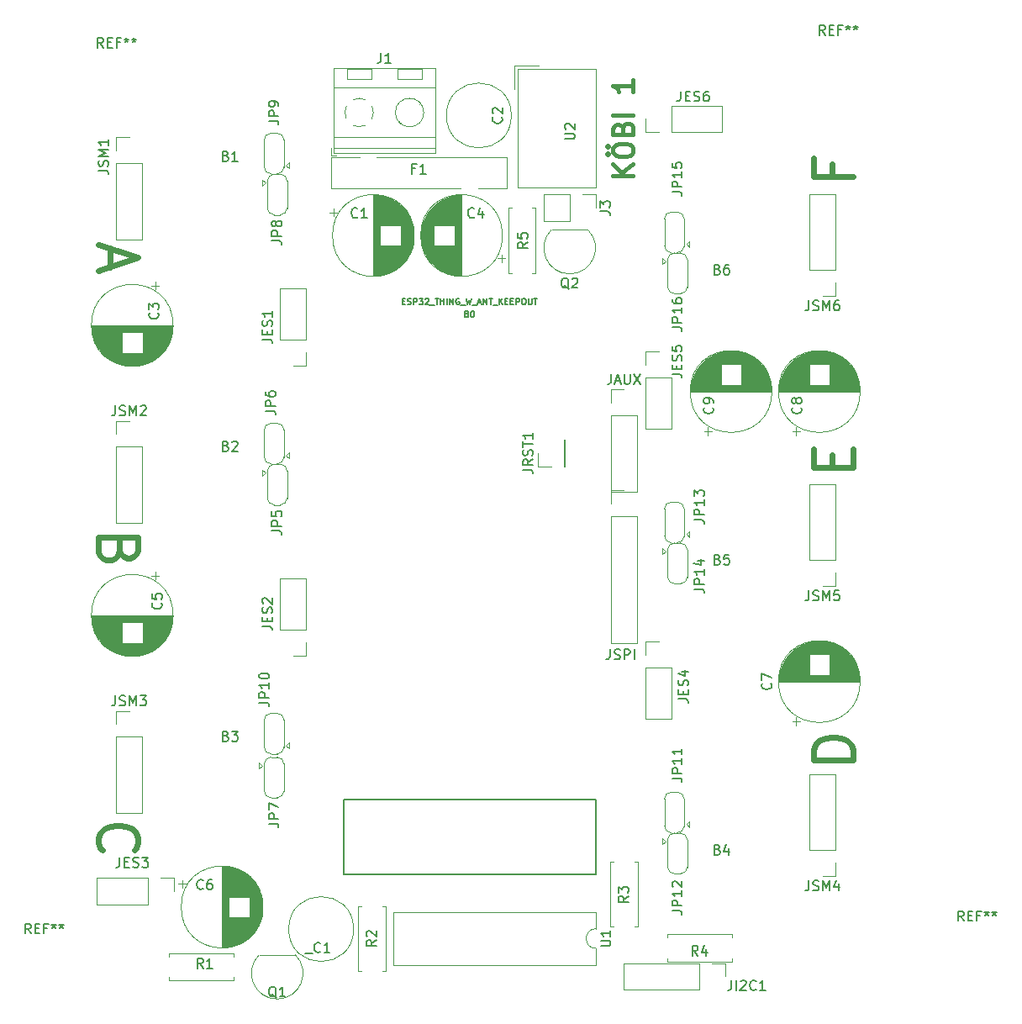
<source format=gbr>
G04 #@! TF.GenerationSoftware,KiCad,Pcbnew,(5.1.2-1)-1*
G04 #@! TF.CreationDate,2019-08-26T15:35:47+02:00*
G04 #@! TF.ProjectId,brett,62726574-742e-46b6-9963-61645f706362,A*
G04 #@! TF.SameCoordinates,Original*
G04 #@! TF.FileFunction,Legend,Top*
G04 #@! TF.FilePolarity,Positive*
%FSLAX46Y46*%
G04 Gerber Fmt 4.6, Leading zero omitted, Abs format (unit mm)*
G04 Created by KiCad (PCBNEW (5.1.2-1)-1) date 2019-08-26 15:35:47*
%MOMM*%
%LPD*%
G04 APERTURE LIST*
%ADD10C,0.400000*%
%ADD11C,0.600000*%
%ADD12C,0.120000*%
%ADD13C,0.127000*%
%ADD14C,0.150000*%
G04 APERTURE END LIST*
D10*
X101552261Y-59054404D02*
X99552261Y-59054404D01*
X101552261Y-57911547D02*
X100409404Y-58768690D01*
X99552261Y-57911547D02*
X100695119Y-59054404D01*
X99552261Y-56673452D02*
X99552261Y-56292500D01*
X99647500Y-56102023D01*
X99837976Y-55911547D01*
X100218928Y-55816309D01*
X100885595Y-55816309D01*
X101266547Y-55911547D01*
X101457023Y-56102023D01*
X101552261Y-56292500D01*
X101552261Y-56673452D01*
X101457023Y-56863928D01*
X101266547Y-57054404D01*
X100885595Y-57149642D01*
X100218928Y-57149642D01*
X99837976Y-57054404D01*
X99647500Y-56863928D01*
X99552261Y-56673452D01*
X98885595Y-56863928D02*
X98980833Y-56768690D01*
X99076071Y-56863928D01*
X98980833Y-56959166D01*
X98885595Y-56863928D01*
X99076071Y-56863928D01*
X98885595Y-56102023D02*
X98980833Y-56006785D01*
X99076071Y-56102023D01*
X98980833Y-56197261D01*
X98885595Y-56102023D01*
X99076071Y-56102023D01*
X100504642Y-54292500D02*
X100599880Y-54006785D01*
X100695119Y-53911547D01*
X100885595Y-53816309D01*
X101171309Y-53816309D01*
X101361785Y-53911547D01*
X101457023Y-54006785D01*
X101552261Y-54197261D01*
X101552261Y-54959166D01*
X99552261Y-54959166D01*
X99552261Y-54292500D01*
X99647500Y-54102023D01*
X99742738Y-54006785D01*
X99933214Y-53911547D01*
X100123690Y-53911547D01*
X100314166Y-54006785D01*
X100409404Y-54102023D01*
X100504642Y-54292500D01*
X100504642Y-54959166D01*
X101552261Y-52959166D02*
X99552261Y-52959166D01*
X101552261Y-49435357D02*
X101552261Y-50578214D01*
X101552261Y-50006785D02*
X99552261Y-50006785D01*
X99837976Y-50197261D01*
X100028452Y-50387738D01*
X100123690Y-50578214D01*
D11*
X121634285Y-57848571D02*
X121634285Y-59181904D01*
X123729523Y-59181904D02*
X119729523Y-59181904D01*
X119729523Y-57277142D01*
X121634285Y-88487142D02*
X121634285Y-87153809D01*
X123729523Y-86582380D02*
X123729523Y-88487142D01*
X119729523Y-88487142D01*
X119729523Y-86582380D01*
X123729523Y-117887619D02*
X119729523Y-117887619D01*
X119729523Y-116935238D01*
X119920000Y-116363809D01*
X120300952Y-115982857D01*
X120681904Y-115792380D01*
X121443809Y-115601904D01*
X122015238Y-115601904D01*
X122777142Y-115792380D01*
X123158095Y-115982857D01*
X123539047Y-116363809D01*
X123729523Y-116935238D01*
X123729523Y-117887619D01*
X48101428Y-126968095D02*
X47910952Y-126777619D01*
X47720476Y-126206190D01*
X47720476Y-125825238D01*
X47910952Y-125253809D01*
X48291904Y-124872857D01*
X48672857Y-124682380D01*
X49434761Y-124491904D01*
X50006190Y-124491904D01*
X50768095Y-124682380D01*
X51149047Y-124872857D01*
X51530000Y-125253809D01*
X51720476Y-125825238D01*
X51720476Y-126206190D01*
X51530000Y-126777619D01*
X51339523Y-126968095D01*
X49815714Y-96805714D02*
X49625238Y-97377142D01*
X49434761Y-97567619D01*
X49053809Y-97758095D01*
X48482380Y-97758095D01*
X48101428Y-97567619D01*
X47910952Y-97377142D01*
X47720476Y-96996190D01*
X47720476Y-95472380D01*
X51720476Y-95472380D01*
X51720476Y-96805714D01*
X51530000Y-97186666D01*
X51339523Y-97377142D01*
X50958571Y-97567619D01*
X50577619Y-97567619D01*
X50196666Y-97377142D01*
X50006190Y-97186666D01*
X49815714Y-96805714D01*
X49815714Y-95472380D01*
X48863333Y-66357619D02*
X48863333Y-68262380D01*
X47720476Y-65976666D02*
X51720476Y-67310000D01*
X47720476Y-68643333D01*
D12*
X99317500Y-90745000D02*
X100647500Y-90745000D01*
X99317500Y-92075000D02*
X99317500Y-90745000D01*
X99317500Y-93345000D02*
X101977500Y-93345000D01*
X101977500Y-93345000D02*
X101977500Y-106105000D01*
X99317500Y-93345000D02*
X99317500Y-106105000D01*
X99317500Y-106105000D02*
X101977500Y-106105000D01*
X99317500Y-80585000D02*
X100647500Y-80585000D01*
X99317500Y-81915000D02*
X99317500Y-80585000D01*
X99317500Y-83185000D02*
X101977500Y-83185000D01*
X101977500Y-83185000D02*
X101977500Y-90865000D01*
X99317500Y-83185000D02*
X99317500Y-90865000D01*
X99317500Y-90865000D02*
X101977500Y-90865000D01*
D13*
X97790000Y-129413000D02*
X97790000Y-121920000D01*
X72390000Y-129413000D02*
X97790000Y-129413000D01*
X72390000Y-121920000D02*
X72390000Y-129413000D01*
X97790000Y-121920000D02*
X72390000Y-121920000D01*
X97790000Y-129413000D02*
X97790000Y-121920000D01*
X72390000Y-129413000D02*
X97790000Y-129413000D01*
X72390000Y-121920000D02*
X72390000Y-129413000D01*
X97790000Y-121920000D02*
X72390000Y-121920000D01*
D12*
X97850000Y-138540000D02*
X97850000Y-136890000D01*
X77410000Y-138540000D02*
X97850000Y-138540000D01*
X77410000Y-133240000D02*
X77410000Y-138540000D01*
X97850000Y-133240000D02*
X77410000Y-133240000D01*
X97850000Y-134890000D02*
X97850000Y-133240000D01*
X97850000Y-136890000D02*
G75*
G02X97850000Y-134890000I0J1000000D01*
G01*
X49470000Y-83760000D02*
X50800000Y-83760000D01*
X49470000Y-85090000D02*
X49470000Y-83760000D01*
X49470000Y-86360000D02*
X52130000Y-86360000D01*
X52130000Y-86360000D02*
X52130000Y-94040000D01*
X49470000Y-86360000D02*
X49470000Y-94040000D01*
X49470000Y-94040000D02*
X52130000Y-94040000D01*
X65105000Y-88092500D02*
G75*
G02X64405000Y-87392500I0J700000D01*
G01*
X66405000Y-87392500D02*
G75*
G02X65705000Y-88092500I-700000J0D01*
G01*
X65705000Y-83992500D02*
G75*
G02X66405000Y-84692500I0J-700000D01*
G01*
X64405000Y-84692500D02*
G75*
G02X65105000Y-83992500I700000J0D01*
G01*
X64405000Y-87442500D02*
X64405000Y-84642500D01*
X65105000Y-83992500D02*
X65705000Y-83992500D01*
X66405000Y-84642500D02*
X66405000Y-87442500D01*
X65705000Y-88092500D02*
X65105000Y-88092500D01*
X66605000Y-87242500D02*
X66905000Y-87542500D01*
X66905000Y-87542500D02*
X66905000Y-86942500D01*
X66605000Y-87242500D02*
X66905000Y-86942500D01*
X66022500Y-88120000D02*
G75*
G02X66722500Y-88820000I0J-700000D01*
G01*
X64722500Y-88820000D02*
G75*
G02X65422500Y-88120000I700000J0D01*
G01*
X65422500Y-92220000D02*
G75*
G02X64722500Y-91520000I0J700000D01*
G01*
X66722500Y-91520000D02*
G75*
G02X66022500Y-92220000I-700000J0D01*
G01*
X66722500Y-88770000D02*
X66722500Y-91570000D01*
X66022500Y-92220000D02*
X65422500Y-92220000D01*
X64722500Y-91570000D02*
X64722500Y-88770000D01*
X65422500Y-88120000D02*
X66022500Y-88120000D01*
X64522500Y-88970000D02*
X64222500Y-88670000D01*
X64222500Y-88670000D02*
X64222500Y-89270000D01*
X64522500Y-88970000D02*
X64222500Y-89270000D01*
X68640000Y-107375000D02*
X67310000Y-107375000D01*
X68640000Y-106045000D02*
X68640000Y-107375000D01*
X68640000Y-104775000D02*
X65980000Y-104775000D01*
X65980000Y-104775000D02*
X65980000Y-99635000D01*
X68640000Y-104775000D02*
X68640000Y-99635000D01*
X68640000Y-99635000D02*
X65980000Y-99635000D01*
X53832500Y-99340302D02*
X53032500Y-99340302D01*
X53432500Y-98940302D02*
X53432500Y-99740302D01*
X51650500Y-107431000D02*
X50584500Y-107431000D01*
X51885500Y-107391000D02*
X50349500Y-107391000D01*
X52065500Y-107351000D02*
X50169500Y-107351000D01*
X52215500Y-107311000D02*
X50019500Y-107311000D01*
X52346500Y-107271000D02*
X49888500Y-107271000D01*
X52463500Y-107231000D02*
X49771500Y-107231000D01*
X52570500Y-107191000D02*
X49664500Y-107191000D01*
X52669500Y-107151000D02*
X49565500Y-107151000D01*
X52762500Y-107111000D02*
X49472500Y-107111000D01*
X52848500Y-107071000D02*
X49386500Y-107071000D01*
X52930500Y-107031000D02*
X49304500Y-107031000D01*
X53007500Y-106991000D02*
X49227500Y-106991000D01*
X53081500Y-106951000D02*
X49153500Y-106951000D01*
X53151500Y-106911000D02*
X49083500Y-106911000D01*
X53219500Y-106871000D02*
X49015500Y-106871000D01*
X53283500Y-106831000D02*
X48951500Y-106831000D01*
X53345500Y-106791000D02*
X48889500Y-106791000D01*
X53404500Y-106751000D02*
X48830500Y-106751000D01*
X53462500Y-106711000D02*
X48772500Y-106711000D01*
X53517500Y-106671000D02*
X48717500Y-106671000D01*
X53571500Y-106631000D02*
X48663500Y-106631000D01*
X53622500Y-106591000D02*
X48612500Y-106591000D01*
X53673500Y-106551000D02*
X48561500Y-106551000D01*
X53721500Y-106511000D02*
X48513500Y-106511000D01*
X53768500Y-106471000D02*
X48466500Y-106471000D01*
X53814500Y-106431000D02*
X48420500Y-106431000D01*
X53858500Y-106391000D02*
X48376500Y-106391000D01*
X53901500Y-106351000D02*
X48333500Y-106351000D01*
X53943500Y-106311000D02*
X48291500Y-106311000D01*
X53984500Y-106271000D02*
X48250500Y-106271000D01*
X54024500Y-106231000D02*
X48210500Y-106231000D01*
X54062500Y-106191000D02*
X48172500Y-106191000D01*
X54100500Y-106151000D02*
X48134500Y-106151000D01*
X50077500Y-106111000D02*
X48098500Y-106111000D01*
X54136500Y-106111000D02*
X52157500Y-106111000D01*
X50077500Y-106071000D02*
X48062500Y-106071000D01*
X54172500Y-106071000D02*
X52157500Y-106071000D01*
X50077500Y-106031000D02*
X48027500Y-106031000D01*
X54207500Y-106031000D02*
X52157500Y-106031000D01*
X50077500Y-105991000D02*
X47993500Y-105991000D01*
X54241500Y-105991000D02*
X52157500Y-105991000D01*
X50077500Y-105951000D02*
X47961500Y-105951000D01*
X54273500Y-105951000D02*
X52157500Y-105951000D01*
X50077500Y-105911000D02*
X47928500Y-105911000D01*
X54306500Y-105911000D02*
X52157500Y-105911000D01*
X50077500Y-105871000D02*
X47897500Y-105871000D01*
X54337500Y-105871000D02*
X52157500Y-105871000D01*
X50077500Y-105831000D02*
X47867500Y-105831000D01*
X54367500Y-105831000D02*
X52157500Y-105831000D01*
X50077500Y-105791000D02*
X47837500Y-105791000D01*
X54397500Y-105791000D02*
X52157500Y-105791000D01*
X50077500Y-105751000D02*
X47808500Y-105751000D01*
X54426500Y-105751000D02*
X52157500Y-105751000D01*
X50077500Y-105711000D02*
X47779500Y-105711000D01*
X54455500Y-105711000D02*
X52157500Y-105711000D01*
X50077500Y-105671000D02*
X47752500Y-105671000D01*
X54482500Y-105671000D02*
X52157500Y-105671000D01*
X50077500Y-105631000D02*
X47725500Y-105631000D01*
X54509500Y-105631000D02*
X52157500Y-105631000D01*
X50077500Y-105591000D02*
X47699500Y-105591000D01*
X54535500Y-105591000D02*
X52157500Y-105591000D01*
X50077500Y-105551000D02*
X47673500Y-105551000D01*
X54561500Y-105551000D02*
X52157500Y-105551000D01*
X50077500Y-105511000D02*
X47648500Y-105511000D01*
X54586500Y-105511000D02*
X52157500Y-105511000D01*
X50077500Y-105471000D02*
X47624500Y-105471000D01*
X54610500Y-105471000D02*
X52157500Y-105471000D01*
X50077500Y-105431000D02*
X47600500Y-105431000D01*
X54634500Y-105431000D02*
X52157500Y-105431000D01*
X50077500Y-105391000D02*
X47577500Y-105391000D01*
X54657500Y-105391000D02*
X52157500Y-105391000D01*
X50077500Y-105351000D02*
X47555500Y-105351000D01*
X54679500Y-105351000D02*
X52157500Y-105351000D01*
X50077500Y-105311000D02*
X47533500Y-105311000D01*
X54701500Y-105311000D02*
X52157500Y-105311000D01*
X50077500Y-105271000D02*
X47511500Y-105271000D01*
X54723500Y-105271000D02*
X52157500Y-105271000D01*
X50077500Y-105231000D02*
X47490500Y-105231000D01*
X54744500Y-105231000D02*
X52157500Y-105231000D01*
X50077500Y-105191000D02*
X47470500Y-105191000D01*
X54764500Y-105191000D02*
X52157500Y-105191000D01*
X50077500Y-105151000D02*
X47451500Y-105151000D01*
X54783500Y-105151000D02*
X52157500Y-105151000D01*
X50077500Y-105111000D02*
X47431500Y-105111000D01*
X54803500Y-105111000D02*
X52157500Y-105111000D01*
X50077500Y-105071000D02*
X47413500Y-105071000D01*
X54821500Y-105071000D02*
X52157500Y-105071000D01*
X50077500Y-105031000D02*
X47395500Y-105031000D01*
X54839500Y-105031000D02*
X52157500Y-105031000D01*
X50077500Y-104991000D02*
X47377500Y-104991000D01*
X54857500Y-104991000D02*
X52157500Y-104991000D01*
X50077500Y-104951000D02*
X47360500Y-104951000D01*
X54874500Y-104951000D02*
X52157500Y-104951000D01*
X50077500Y-104911000D02*
X47343500Y-104911000D01*
X54891500Y-104911000D02*
X52157500Y-104911000D01*
X50077500Y-104871000D02*
X47327500Y-104871000D01*
X54907500Y-104871000D02*
X52157500Y-104871000D01*
X50077500Y-104831000D02*
X47312500Y-104831000D01*
X54922500Y-104831000D02*
X52157500Y-104831000D01*
X50077500Y-104791000D02*
X47296500Y-104791000D01*
X54938500Y-104791000D02*
X52157500Y-104791000D01*
X50077500Y-104751000D02*
X47282500Y-104751000D01*
X54952500Y-104751000D02*
X52157500Y-104751000D01*
X50077500Y-104711000D02*
X47267500Y-104711000D01*
X54967500Y-104711000D02*
X52157500Y-104711000D01*
X50077500Y-104671000D02*
X47254500Y-104671000D01*
X54980500Y-104671000D02*
X52157500Y-104671000D01*
X50077500Y-104631000D02*
X47240500Y-104631000D01*
X54994500Y-104631000D02*
X52157500Y-104631000D01*
X50077500Y-104591000D02*
X47228500Y-104591000D01*
X55006500Y-104591000D02*
X52157500Y-104591000D01*
X50077500Y-104551000D02*
X47215500Y-104551000D01*
X55019500Y-104551000D02*
X52157500Y-104551000D01*
X50077500Y-104511000D02*
X47203500Y-104511000D01*
X55031500Y-104511000D02*
X52157500Y-104511000D01*
X50077500Y-104471000D02*
X47192500Y-104471000D01*
X55042500Y-104471000D02*
X52157500Y-104471000D01*
X50077500Y-104431000D02*
X47181500Y-104431000D01*
X55053500Y-104431000D02*
X52157500Y-104431000D01*
X50077500Y-104391000D02*
X47170500Y-104391000D01*
X55064500Y-104391000D02*
X52157500Y-104391000D01*
X50077500Y-104351000D02*
X47160500Y-104351000D01*
X55074500Y-104351000D02*
X52157500Y-104351000D01*
X50077500Y-104311000D02*
X47150500Y-104311000D01*
X55084500Y-104311000D02*
X52157500Y-104311000D01*
X50077500Y-104271000D02*
X47141500Y-104271000D01*
X55093500Y-104271000D02*
X52157500Y-104271000D01*
X50077500Y-104231000D02*
X47132500Y-104231000D01*
X55102500Y-104231000D02*
X52157500Y-104231000D01*
X50077500Y-104191000D02*
X47123500Y-104191000D01*
X55111500Y-104191000D02*
X52157500Y-104191000D01*
X50077500Y-104151000D02*
X47115500Y-104151000D01*
X55119500Y-104151000D02*
X52157500Y-104151000D01*
X50077500Y-104111000D02*
X47107500Y-104111000D01*
X55127500Y-104111000D02*
X52157500Y-104111000D01*
X50077500Y-104071000D02*
X47100500Y-104071000D01*
X55134500Y-104071000D02*
X52157500Y-104071000D01*
X55141500Y-104030000D02*
X47093500Y-104030000D01*
X55147500Y-103990000D02*
X47087500Y-103990000D01*
X55154500Y-103950000D02*
X47080500Y-103950000D01*
X55159500Y-103910000D02*
X47075500Y-103910000D01*
X55165500Y-103870000D02*
X47069500Y-103870000D01*
X55169500Y-103830000D02*
X47065500Y-103830000D01*
X55174500Y-103790000D02*
X47060500Y-103790000D01*
X55178500Y-103750000D02*
X47056500Y-103750000D01*
X55182500Y-103710000D02*
X47052500Y-103710000D01*
X55185500Y-103670000D02*
X47049500Y-103670000D01*
X55188500Y-103630000D02*
X47046500Y-103630000D01*
X55191500Y-103590000D02*
X47043500Y-103590000D01*
X55193500Y-103550000D02*
X47041500Y-103550000D01*
X55194500Y-103510000D02*
X47040500Y-103510000D01*
X55196500Y-103470000D02*
X47038500Y-103470000D01*
X55197500Y-103430000D02*
X47037500Y-103430000D01*
X55197500Y-103390000D02*
X47037500Y-103390000D01*
X55197500Y-103350000D02*
X47037500Y-103350000D01*
X55237500Y-103350000D02*
G75*
G03X55237500Y-103350000I-4120000J0D01*
G01*
X121980000Y-71180000D02*
X120650000Y-71180000D01*
X121980000Y-69850000D02*
X121980000Y-71180000D01*
X121980000Y-68580000D02*
X119320000Y-68580000D01*
X119320000Y-68580000D02*
X119320000Y-60900000D01*
X121980000Y-68580000D02*
X121980000Y-60900000D01*
X121980000Y-60900000D02*
X119320000Y-60900000D01*
X121980000Y-100390000D02*
X120650000Y-100390000D01*
X121980000Y-99060000D02*
X121980000Y-100390000D01*
X121980000Y-97790000D02*
X119320000Y-97790000D01*
X119320000Y-97790000D02*
X119320000Y-90110000D01*
X121980000Y-97790000D02*
X121980000Y-90110000D01*
X121980000Y-90110000D02*
X119320000Y-90110000D01*
X121980000Y-129600000D02*
X120650000Y-129600000D01*
X121980000Y-128270000D02*
X121980000Y-129600000D01*
X121980000Y-127000000D02*
X119320000Y-127000000D01*
X119320000Y-127000000D02*
X119320000Y-119320000D01*
X121980000Y-127000000D02*
X121980000Y-119320000D01*
X121980000Y-119320000D02*
X119320000Y-119320000D01*
X49470000Y-112970000D02*
X50800000Y-112970000D01*
X49470000Y-114300000D02*
X49470000Y-112970000D01*
X49470000Y-115570000D02*
X52130000Y-115570000D01*
X52130000Y-115570000D02*
X52130000Y-123250000D01*
X49470000Y-115570000D02*
X49470000Y-123250000D01*
X49470000Y-123250000D02*
X52130000Y-123250000D01*
X92015000Y-88325000D02*
X92015000Y-86995000D01*
X93345000Y-88325000D02*
X92015000Y-88325000D01*
X94615000Y-88325000D02*
X94615000Y-85665000D01*
X94615000Y-85665000D02*
X94675000Y-85665000D01*
X94615000Y-88325000D02*
X94675000Y-88325000D01*
X94675000Y-88325000D02*
X94675000Y-85665000D01*
X106345000Y-66847500D02*
G75*
G02X107045000Y-67547500I0J-700000D01*
G01*
X105045000Y-67547500D02*
G75*
G02X105745000Y-66847500I700000J0D01*
G01*
X105745000Y-70947500D02*
G75*
G02X105045000Y-70247500I0J700000D01*
G01*
X107045000Y-70247500D02*
G75*
G02X106345000Y-70947500I-700000J0D01*
G01*
X107045000Y-67497500D02*
X107045000Y-70297500D01*
X106345000Y-70947500D02*
X105745000Y-70947500D01*
X105045000Y-70297500D02*
X105045000Y-67497500D01*
X105745000Y-66847500D02*
X106345000Y-66847500D01*
X104845000Y-67697500D02*
X104545000Y-67397500D01*
X104545000Y-67397500D02*
X104545000Y-67997500D01*
X104845000Y-67697500D02*
X104545000Y-67997500D01*
X105427500Y-66820000D02*
G75*
G02X104727500Y-66120000I0J700000D01*
G01*
X106727500Y-66120000D02*
G75*
G02X106027500Y-66820000I-700000J0D01*
G01*
X106027500Y-62720000D02*
G75*
G02X106727500Y-63420000I0J-700000D01*
G01*
X104727500Y-63420000D02*
G75*
G02X105427500Y-62720000I700000J0D01*
G01*
X104727500Y-66170000D02*
X104727500Y-63370000D01*
X105427500Y-62720000D02*
X106027500Y-62720000D01*
X106727500Y-63370000D02*
X106727500Y-66170000D01*
X106027500Y-66820000D02*
X105427500Y-66820000D01*
X106927500Y-65970000D02*
X107227500Y-66270000D01*
X107227500Y-66270000D02*
X107227500Y-65670000D01*
X106927500Y-65970000D02*
X107227500Y-65670000D01*
X106345000Y-96057500D02*
G75*
G02X107045000Y-96757500I0J-700000D01*
G01*
X105045000Y-96757500D02*
G75*
G02X105745000Y-96057500I700000J0D01*
G01*
X105745000Y-100157500D02*
G75*
G02X105045000Y-99457500I0J700000D01*
G01*
X107045000Y-99457500D02*
G75*
G02X106345000Y-100157500I-700000J0D01*
G01*
X107045000Y-96707500D02*
X107045000Y-99507500D01*
X106345000Y-100157500D02*
X105745000Y-100157500D01*
X105045000Y-99507500D02*
X105045000Y-96707500D01*
X105745000Y-96057500D02*
X106345000Y-96057500D01*
X104845000Y-96907500D02*
X104545000Y-96607500D01*
X104545000Y-96607500D02*
X104545000Y-97207500D01*
X104845000Y-96907500D02*
X104545000Y-97207500D01*
X105427500Y-96030000D02*
G75*
G02X104727500Y-95330000I0J700000D01*
G01*
X106727500Y-95330000D02*
G75*
G02X106027500Y-96030000I-700000J0D01*
G01*
X106027500Y-91930000D02*
G75*
G02X106727500Y-92630000I0J-700000D01*
G01*
X104727500Y-92630000D02*
G75*
G02X105427500Y-91930000I700000J0D01*
G01*
X104727500Y-95380000D02*
X104727500Y-92580000D01*
X105427500Y-91930000D02*
X106027500Y-91930000D01*
X106727500Y-92580000D02*
X106727500Y-95380000D01*
X106027500Y-96030000D02*
X105427500Y-96030000D01*
X106927500Y-95180000D02*
X107227500Y-95480000D01*
X107227500Y-95480000D02*
X107227500Y-94880000D01*
X106927500Y-95180000D02*
X107227500Y-94880000D01*
X106345000Y-125267500D02*
G75*
G02X107045000Y-125967500I0J-700000D01*
G01*
X105045000Y-125967500D02*
G75*
G02X105745000Y-125267500I700000J0D01*
G01*
X105745000Y-129367500D02*
G75*
G02X105045000Y-128667500I0J700000D01*
G01*
X107045000Y-128667500D02*
G75*
G02X106345000Y-129367500I-700000J0D01*
G01*
X107045000Y-125917500D02*
X107045000Y-128717500D01*
X106345000Y-129367500D02*
X105745000Y-129367500D01*
X105045000Y-128717500D02*
X105045000Y-125917500D01*
X105745000Y-125267500D02*
X106345000Y-125267500D01*
X104845000Y-126117500D02*
X104545000Y-125817500D01*
X104545000Y-125817500D02*
X104545000Y-126417500D01*
X104845000Y-126117500D02*
X104545000Y-126417500D01*
X105427500Y-125240000D02*
G75*
G02X104727500Y-124540000I0J700000D01*
G01*
X106727500Y-124540000D02*
G75*
G02X106027500Y-125240000I-700000J0D01*
G01*
X106027500Y-121140000D02*
G75*
G02X106727500Y-121840000I0J-700000D01*
G01*
X104727500Y-121840000D02*
G75*
G02X105427500Y-121140000I700000J0D01*
G01*
X104727500Y-124590000D02*
X104727500Y-121790000D01*
X105427500Y-121140000D02*
X106027500Y-121140000D01*
X106727500Y-121790000D02*
X106727500Y-124590000D01*
X106027500Y-125240000D02*
X105427500Y-125240000D01*
X106927500Y-124390000D02*
X107227500Y-124690000D01*
X107227500Y-124690000D02*
X107227500Y-124090000D01*
X106927500Y-124390000D02*
X107227500Y-124090000D01*
X65105000Y-117302500D02*
G75*
G02X64405000Y-116602500I0J700000D01*
G01*
X66405000Y-116602500D02*
G75*
G02X65705000Y-117302500I-700000J0D01*
G01*
X65705000Y-113202500D02*
G75*
G02X66405000Y-113902500I0J-700000D01*
G01*
X64405000Y-113902500D02*
G75*
G02X65105000Y-113202500I700000J0D01*
G01*
X64405000Y-116652500D02*
X64405000Y-113852500D01*
X65105000Y-113202500D02*
X65705000Y-113202500D01*
X66405000Y-113852500D02*
X66405000Y-116652500D01*
X65705000Y-117302500D02*
X65105000Y-117302500D01*
X66605000Y-116452500D02*
X66905000Y-116752500D01*
X66905000Y-116752500D02*
X66905000Y-116152500D01*
X66605000Y-116452500D02*
X66905000Y-116152500D01*
X65705000Y-117617500D02*
G75*
G02X66405000Y-118317500I0J-700000D01*
G01*
X64405000Y-118317500D02*
G75*
G02X65105000Y-117617500I700000J0D01*
G01*
X65105000Y-121717500D02*
G75*
G02X64405000Y-121017500I0J700000D01*
G01*
X66405000Y-121017500D02*
G75*
G02X65705000Y-121717500I-700000J0D01*
G01*
X66405000Y-118267500D02*
X66405000Y-121067500D01*
X65705000Y-121717500D02*
X65105000Y-121717500D01*
X64405000Y-121067500D02*
X64405000Y-118267500D01*
X65105000Y-117617500D02*
X65705000Y-117617500D01*
X64205000Y-118467500D02*
X63905000Y-118167500D01*
X63905000Y-118167500D02*
X63905000Y-118767500D01*
X64205000Y-118467500D02*
X63905000Y-118767500D01*
X102810000Y-54670000D02*
X102810000Y-53340000D01*
X104140000Y-54670000D02*
X102810000Y-54670000D01*
X105410000Y-54670000D02*
X105410000Y-52010000D01*
X105410000Y-52010000D02*
X110550000Y-52010000D01*
X105410000Y-54670000D02*
X110550000Y-54670000D01*
X110550000Y-54670000D02*
X110550000Y-52010000D01*
X102810000Y-76775000D02*
X104140000Y-76775000D01*
X102810000Y-78105000D02*
X102810000Y-76775000D01*
X102810000Y-79375000D02*
X105470000Y-79375000D01*
X105470000Y-79375000D02*
X105470000Y-84515000D01*
X102810000Y-79375000D02*
X102810000Y-84515000D01*
X102810000Y-84515000D02*
X105470000Y-84515000D01*
X102810000Y-105985000D02*
X104140000Y-105985000D01*
X102810000Y-107315000D02*
X102810000Y-105985000D01*
X102810000Y-108585000D02*
X105470000Y-108585000D01*
X105470000Y-108585000D02*
X105470000Y-113725000D01*
X102810000Y-108585000D02*
X102810000Y-113725000D01*
X102810000Y-113725000D02*
X105470000Y-113725000D01*
X55305000Y-129797500D02*
X55305000Y-131127500D01*
X53975000Y-129797500D02*
X55305000Y-129797500D01*
X52705000Y-129797500D02*
X52705000Y-132457500D01*
X52705000Y-132457500D02*
X47565000Y-132457500D01*
X52705000Y-129797500D02*
X47565000Y-129797500D01*
X47565000Y-129797500D02*
X47565000Y-132457500D01*
X108727500Y-84809698D02*
X109527500Y-84809698D01*
X109127500Y-85209698D02*
X109127500Y-84409698D01*
X110909500Y-76719000D02*
X111975500Y-76719000D01*
X110674500Y-76759000D02*
X112210500Y-76759000D01*
X110494500Y-76799000D02*
X112390500Y-76799000D01*
X110344500Y-76839000D02*
X112540500Y-76839000D01*
X110213500Y-76879000D02*
X112671500Y-76879000D01*
X110096500Y-76919000D02*
X112788500Y-76919000D01*
X109989500Y-76959000D02*
X112895500Y-76959000D01*
X109890500Y-76999000D02*
X112994500Y-76999000D01*
X109797500Y-77039000D02*
X113087500Y-77039000D01*
X109711500Y-77079000D02*
X113173500Y-77079000D01*
X109629500Y-77119000D02*
X113255500Y-77119000D01*
X109552500Y-77159000D02*
X113332500Y-77159000D01*
X109478500Y-77199000D02*
X113406500Y-77199000D01*
X109408500Y-77239000D02*
X113476500Y-77239000D01*
X109340500Y-77279000D02*
X113544500Y-77279000D01*
X109276500Y-77319000D02*
X113608500Y-77319000D01*
X109214500Y-77359000D02*
X113670500Y-77359000D01*
X109155500Y-77399000D02*
X113729500Y-77399000D01*
X109097500Y-77439000D02*
X113787500Y-77439000D01*
X109042500Y-77479000D02*
X113842500Y-77479000D01*
X108988500Y-77519000D02*
X113896500Y-77519000D01*
X108937500Y-77559000D02*
X113947500Y-77559000D01*
X108886500Y-77599000D02*
X113998500Y-77599000D01*
X108838500Y-77639000D02*
X114046500Y-77639000D01*
X108791500Y-77679000D02*
X114093500Y-77679000D01*
X108745500Y-77719000D02*
X114139500Y-77719000D01*
X108701500Y-77759000D02*
X114183500Y-77759000D01*
X108658500Y-77799000D02*
X114226500Y-77799000D01*
X108616500Y-77839000D02*
X114268500Y-77839000D01*
X108575500Y-77879000D02*
X114309500Y-77879000D01*
X108535500Y-77919000D02*
X114349500Y-77919000D01*
X108497500Y-77959000D02*
X114387500Y-77959000D01*
X108459500Y-77999000D02*
X114425500Y-77999000D01*
X112482500Y-78039000D02*
X114461500Y-78039000D01*
X108423500Y-78039000D02*
X110402500Y-78039000D01*
X112482500Y-78079000D02*
X114497500Y-78079000D01*
X108387500Y-78079000D02*
X110402500Y-78079000D01*
X112482500Y-78119000D02*
X114532500Y-78119000D01*
X108352500Y-78119000D02*
X110402500Y-78119000D01*
X112482500Y-78159000D02*
X114566500Y-78159000D01*
X108318500Y-78159000D02*
X110402500Y-78159000D01*
X112482500Y-78199000D02*
X114598500Y-78199000D01*
X108286500Y-78199000D02*
X110402500Y-78199000D01*
X112482500Y-78239000D02*
X114631500Y-78239000D01*
X108253500Y-78239000D02*
X110402500Y-78239000D01*
X112482500Y-78279000D02*
X114662500Y-78279000D01*
X108222500Y-78279000D02*
X110402500Y-78279000D01*
X112482500Y-78319000D02*
X114692500Y-78319000D01*
X108192500Y-78319000D02*
X110402500Y-78319000D01*
X112482500Y-78359000D02*
X114722500Y-78359000D01*
X108162500Y-78359000D02*
X110402500Y-78359000D01*
X112482500Y-78399000D02*
X114751500Y-78399000D01*
X108133500Y-78399000D02*
X110402500Y-78399000D01*
X112482500Y-78439000D02*
X114780500Y-78439000D01*
X108104500Y-78439000D02*
X110402500Y-78439000D01*
X112482500Y-78479000D02*
X114807500Y-78479000D01*
X108077500Y-78479000D02*
X110402500Y-78479000D01*
X112482500Y-78519000D02*
X114834500Y-78519000D01*
X108050500Y-78519000D02*
X110402500Y-78519000D01*
X112482500Y-78559000D02*
X114860500Y-78559000D01*
X108024500Y-78559000D02*
X110402500Y-78559000D01*
X112482500Y-78599000D02*
X114886500Y-78599000D01*
X107998500Y-78599000D02*
X110402500Y-78599000D01*
X112482500Y-78639000D02*
X114911500Y-78639000D01*
X107973500Y-78639000D02*
X110402500Y-78639000D01*
X112482500Y-78679000D02*
X114935500Y-78679000D01*
X107949500Y-78679000D02*
X110402500Y-78679000D01*
X112482500Y-78719000D02*
X114959500Y-78719000D01*
X107925500Y-78719000D02*
X110402500Y-78719000D01*
X112482500Y-78759000D02*
X114982500Y-78759000D01*
X107902500Y-78759000D02*
X110402500Y-78759000D01*
X112482500Y-78799000D02*
X115004500Y-78799000D01*
X107880500Y-78799000D02*
X110402500Y-78799000D01*
X112482500Y-78839000D02*
X115026500Y-78839000D01*
X107858500Y-78839000D02*
X110402500Y-78839000D01*
X112482500Y-78879000D02*
X115048500Y-78879000D01*
X107836500Y-78879000D02*
X110402500Y-78879000D01*
X112482500Y-78919000D02*
X115069500Y-78919000D01*
X107815500Y-78919000D02*
X110402500Y-78919000D01*
X112482500Y-78959000D02*
X115089500Y-78959000D01*
X107795500Y-78959000D02*
X110402500Y-78959000D01*
X112482500Y-78999000D02*
X115108500Y-78999000D01*
X107776500Y-78999000D02*
X110402500Y-78999000D01*
X112482500Y-79039000D02*
X115128500Y-79039000D01*
X107756500Y-79039000D02*
X110402500Y-79039000D01*
X112482500Y-79079000D02*
X115146500Y-79079000D01*
X107738500Y-79079000D02*
X110402500Y-79079000D01*
X112482500Y-79119000D02*
X115164500Y-79119000D01*
X107720500Y-79119000D02*
X110402500Y-79119000D01*
X112482500Y-79159000D02*
X115182500Y-79159000D01*
X107702500Y-79159000D02*
X110402500Y-79159000D01*
X112482500Y-79199000D02*
X115199500Y-79199000D01*
X107685500Y-79199000D02*
X110402500Y-79199000D01*
X112482500Y-79239000D02*
X115216500Y-79239000D01*
X107668500Y-79239000D02*
X110402500Y-79239000D01*
X112482500Y-79279000D02*
X115232500Y-79279000D01*
X107652500Y-79279000D02*
X110402500Y-79279000D01*
X112482500Y-79319000D02*
X115247500Y-79319000D01*
X107637500Y-79319000D02*
X110402500Y-79319000D01*
X112482500Y-79359000D02*
X115263500Y-79359000D01*
X107621500Y-79359000D02*
X110402500Y-79359000D01*
X112482500Y-79399000D02*
X115277500Y-79399000D01*
X107607500Y-79399000D02*
X110402500Y-79399000D01*
X112482500Y-79439000D02*
X115292500Y-79439000D01*
X107592500Y-79439000D02*
X110402500Y-79439000D01*
X112482500Y-79479000D02*
X115305500Y-79479000D01*
X107579500Y-79479000D02*
X110402500Y-79479000D01*
X112482500Y-79519000D02*
X115319500Y-79519000D01*
X107565500Y-79519000D02*
X110402500Y-79519000D01*
X112482500Y-79559000D02*
X115331500Y-79559000D01*
X107553500Y-79559000D02*
X110402500Y-79559000D01*
X112482500Y-79599000D02*
X115344500Y-79599000D01*
X107540500Y-79599000D02*
X110402500Y-79599000D01*
X112482500Y-79639000D02*
X115356500Y-79639000D01*
X107528500Y-79639000D02*
X110402500Y-79639000D01*
X112482500Y-79679000D02*
X115367500Y-79679000D01*
X107517500Y-79679000D02*
X110402500Y-79679000D01*
X112482500Y-79719000D02*
X115378500Y-79719000D01*
X107506500Y-79719000D02*
X110402500Y-79719000D01*
X112482500Y-79759000D02*
X115389500Y-79759000D01*
X107495500Y-79759000D02*
X110402500Y-79759000D01*
X112482500Y-79799000D02*
X115399500Y-79799000D01*
X107485500Y-79799000D02*
X110402500Y-79799000D01*
X112482500Y-79839000D02*
X115409500Y-79839000D01*
X107475500Y-79839000D02*
X110402500Y-79839000D01*
X112482500Y-79879000D02*
X115418500Y-79879000D01*
X107466500Y-79879000D02*
X110402500Y-79879000D01*
X112482500Y-79919000D02*
X115427500Y-79919000D01*
X107457500Y-79919000D02*
X110402500Y-79919000D01*
X112482500Y-79959000D02*
X115436500Y-79959000D01*
X107448500Y-79959000D02*
X110402500Y-79959000D01*
X112482500Y-79999000D02*
X115444500Y-79999000D01*
X107440500Y-79999000D02*
X110402500Y-79999000D01*
X112482500Y-80039000D02*
X115452500Y-80039000D01*
X107432500Y-80039000D02*
X110402500Y-80039000D01*
X112482500Y-80079000D02*
X115459500Y-80079000D01*
X107425500Y-80079000D02*
X110402500Y-80079000D01*
X107418500Y-80120000D02*
X115466500Y-80120000D01*
X107412500Y-80160000D02*
X115472500Y-80160000D01*
X107405500Y-80200000D02*
X115479500Y-80200000D01*
X107400500Y-80240000D02*
X115484500Y-80240000D01*
X107394500Y-80280000D02*
X115490500Y-80280000D01*
X107390500Y-80320000D02*
X115494500Y-80320000D01*
X107385500Y-80360000D02*
X115499500Y-80360000D01*
X107381500Y-80400000D02*
X115503500Y-80400000D01*
X107377500Y-80440000D02*
X115507500Y-80440000D01*
X107374500Y-80480000D02*
X115510500Y-80480000D01*
X107371500Y-80520000D02*
X115513500Y-80520000D01*
X107368500Y-80560000D02*
X115516500Y-80560000D01*
X107366500Y-80600000D02*
X115518500Y-80600000D01*
X107365500Y-80640000D02*
X115519500Y-80640000D01*
X107363500Y-80680000D02*
X115521500Y-80680000D01*
X107362500Y-80720000D02*
X115522500Y-80720000D01*
X107362500Y-80760000D02*
X115522500Y-80760000D01*
X107362500Y-80800000D02*
X115522500Y-80800000D01*
X115562500Y-80800000D02*
G75*
G03X115562500Y-80800000I-4120000J0D01*
G01*
X117617500Y-84809698D02*
X118417500Y-84809698D01*
X118017500Y-85209698D02*
X118017500Y-84409698D01*
X119799500Y-76719000D02*
X120865500Y-76719000D01*
X119564500Y-76759000D02*
X121100500Y-76759000D01*
X119384500Y-76799000D02*
X121280500Y-76799000D01*
X119234500Y-76839000D02*
X121430500Y-76839000D01*
X119103500Y-76879000D02*
X121561500Y-76879000D01*
X118986500Y-76919000D02*
X121678500Y-76919000D01*
X118879500Y-76959000D02*
X121785500Y-76959000D01*
X118780500Y-76999000D02*
X121884500Y-76999000D01*
X118687500Y-77039000D02*
X121977500Y-77039000D01*
X118601500Y-77079000D02*
X122063500Y-77079000D01*
X118519500Y-77119000D02*
X122145500Y-77119000D01*
X118442500Y-77159000D02*
X122222500Y-77159000D01*
X118368500Y-77199000D02*
X122296500Y-77199000D01*
X118298500Y-77239000D02*
X122366500Y-77239000D01*
X118230500Y-77279000D02*
X122434500Y-77279000D01*
X118166500Y-77319000D02*
X122498500Y-77319000D01*
X118104500Y-77359000D02*
X122560500Y-77359000D01*
X118045500Y-77399000D02*
X122619500Y-77399000D01*
X117987500Y-77439000D02*
X122677500Y-77439000D01*
X117932500Y-77479000D02*
X122732500Y-77479000D01*
X117878500Y-77519000D02*
X122786500Y-77519000D01*
X117827500Y-77559000D02*
X122837500Y-77559000D01*
X117776500Y-77599000D02*
X122888500Y-77599000D01*
X117728500Y-77639000D02*
X122936500Y-77639000D01*
X117681500Y-77679000D02*
X122983500Y-77679000D01*
X117635500Y-77719000D02*
X123029500Y-77719000D01*
X117591500Y-77759000D02*
X123073500Y-77759000D01*
X117548500Y-77799000D02*
X123116500Y-77799000D01*
X117506500Y-77839000D02*
X123158500Y-77839000D01*
X117465500Y-77879000D02*
X123199500Y-77879000D01*
X117425500Y-77919000D02*
X123239500Y-77919000D01*
X117387500Y-77959000D02*
X123277500Y-77959000D01*
X117349500Y-77999000D02*
X123315500Y-77999000D01*
X121372500Y-78039000D02*
X123351500Y-78039000D01*
X117313500Y-78039000D02*
X119292500Y-78039000D01*
X121372500Y-78079000D02*
X123387500Y-78079000D01*
X117277500Y-78079000D02*
X119292500Y-78079000D01*
X121372500Y-78119000D02*
X123422500Y-78119000D01*
X117242500Y-78119000D02*
X119292500Y-78119000D01*
X121372500Y-78159000D02*
X123456500Y-78159000D01*
X117208500Y-78159000D02*
X119292500Y-78159000D01*
X121372500Y-78199000D02*
X123488500Y-78199000D01*
X117176500Y-78199000D02*
X119292500Y-78199000D01*
X121372500Y-78239000D02*
X123521500Y-78239000D01*
X117143500Y-78239000D02*
X119292500Y-78239000D01*
X121372500Y-78279000D02*
X123552500Y-78279000D01*
X117112500Y-78279000D02*
X119292500Y-78279000D01*
X121372500Y-78319000D02*
X123582500Y-78319000D01*
X117082500Y-78319000D02*
X119292500Y-78319000D01*
X121372500Y-78359000D02*
X123612500Y-78359000D01*
X117052500Y-78359000D02*
X119292500Y-78359000D01*
X121372500Y-78399000D02*
X123641500Y-78399000D01*
X117023500Y-78399000D02*
X119292500Y-78399000D01*
X121372500Y-78439000D02*
X123670500Y-78439000D01*
X116994500Y-78439000D02*
X119292500Y-78439000D01*
X121372500Y-78479000D02*
X123697500Y-78479000D01*
X116967500Y-78479000D02*
X119292500Y-78479000D01*
X121372500Y-78519000D02*
X123724500Y-78519000D01*
X116940500Y-78519000D02*
X119292500Y-78519000D01*
X121372500Y-78559000D02*
X123750500Y-78559000D01*
X116914500Y-78559000D02*
X119292500Y-78559000D01*
X121372500Y-78599000D02*
X123776500Y-78599000D01*
X116888500Y-78599000D02*
X119292500Y-78599000D01*
X121372500Y-78639000D02*
X123801500Y-78639000D01*
X116863500Y-78639000D02*
X119292500Y-78639000D01*
X121372500Y-78679000D02*
X123825500Y-78679000D01*
X116839500Y-78679000D02*
X119292500Y-78679000D01*
X121372500Y-78719000D02*
X123849500Y-78719000D01*
X116815500Y-78719000D02*
X119292500Y-78719000D01*
X121372500Y-78759000D02*
X123872500Y-78759000D01*
X116792500Y-78759000D02*
X119292500Y-78759000D01*
X121372500Y-78799000D02*
X123894500Y-78799000D01*
X116770500Y-78799000D02*
X119292500Y-78799000D01*
X121372500Y-78839000D02*
X123916500Y-78839000D01*
X116748500Y-78839000D02*
X119292500Y-78839000D01*
X121372500Y-78879000D02*
X123938500Y-78879000D01*
X116726500Y-78879000D02*
X119292500Y-78879000D01*
X121372500Y-78919000D02*
X123959500Y-78919000D01*
X116705500Y-78919000D02*
X119292500Y-78919000D01*
X121372500Y-78959000D02*
X123979500Y-78959000D01*
X116685500Y-78959000D02*
X119292500Y-78959000D01*
X121372500Y-78999000D02*
X123998500Y-78999000D01*
X116666500Y-78999000D02*
X119292500Y-78999000D01*
X121372500Y-79039000D02*
X124018500Y-79039000D01*
X116646500Y-79039000D02*
X119292500Y-79039000D01*
X121372500Y-79079000D02*
X124036500Y-79079000D01*
X116628500Y-79079000D02*
X119292500Y-79079000D01*
X121372500Y-79119000D02*
X124054500Y-79119000D01*
X116610500Y-79119000D02*
X119292500Y-79119000D01*
X121372500Y-79159000D02*
X124072500Y-79159000D01*
X116592500Y-79159000D02*
X119292500Y-79159000D01*
X121372500Y-79199000D02*
X124089500Y-79199000D01*
X116575500Y-79199000D02*
X119292500Y-79199000D01*
X121372500Y-79239000D02*
X124106500Y-79239000D01*
X116558500Y-79239000D02*
X119292500Y-79239000D01*
X121372500Y-79279000D02*
X124122500Y-79279000D01*
X116542500Y-79279000D02*
X119292500Y-79279000D01*
X121372500Y-79319000D02*
X124137500Y-79319000D01*
X116527500Y-79319000D02*
X119292500Y-79319000D01*
X121372500Y-79359000D02*
X124153500Y-79359000D01*
X116511500Y-79359000D02*
X119292500Y-79359000D01*
X121372500Y-79399000D02*
X124167500Y-79399000D01*
X116497500Y-79399000D02*
X119292500Y-79399000D01*
X121372500Y-79439000D02*
X124182500Y-79439000D01*
X116482500Y-79439000D02*
X119292500Y-79439000D01*
X121372500Y-79479000D02*
X124195500Y-79479000D01*
X116469500Y-79479000D02*
X119292500Y-79479000D01*
X121372500Y-79519000D02*
X124209500Y-79519000D01*
X116455500Y-79519000D02*
X119292500Y-79519000D01*
X121372500Y-79559000D02*
X124221500Y-79559000D01*
X116443500Y-79559000D02*
X119292500Y-79559000D01*
X121372500Y-79599000D02*
X124234500Y-79599000D01*
X116430500Y-79599000D02*
X119292500Y-79599000D01*
X121372500Y-79639000D02*
X124246500Y-79639000D01*
X116418500Y-79639000D02*
X119292500Y-79639000D01*
X121372500Y-79679000D02*
X124257500Y-79679000D01*
X116407500Y-79679000D02*
X119292500Y-79679000D01*
X121372500Y-79719000D02*
X124268500Y-79719000D01*
X116396500Y-79719000D02*
X119292500Y-79719000D01*
X121372500Y-79759000D02*
X124279500Y-79759000D01*
X116385500Y-79759000D02*
X119292500Y-79759000D01*
X121372500Y-79799000D02*
X124289500Y-79799000D01*
X116375500Y-79799000D02*
X119292500Y-79799000D01*
X121372500Y-79839000D02*
X124299500Y-79839000D01*
X116365500Y-79839000D02*
X119292500Y-79839000D01*
X121372500Y-79879000D02*
X124308500Y-79879000D01*
X116356500Y-79879000D02*
X119292500Y-79879000D01*
X121372500Y-79919000D02*
X124317500Y-79919000D01*
X116347500Y-79919000D02*
X119292500Y-79919000D01*
X121372500Y-79959000D02*
X124326500Y-79959000D01*
X116338500Y-79959000D02*
X119292500Y-79959000D01*
X121372500Y-79999000D02*
X124334500Y-79999000D01*
X116330500Y-79999000D02*
X119292500Y-79999000D01*
X121372500Y-80039000D02*
X124342500Y-80039000D01*
X116322500Y-80039000D02*
X119292500Y-80039000D01*
X121372500Y-80079000D02*
X124349500Y-80079000D01*
X116315500Y-80079000D02*
X119292500Y-80079000D01*
X116308500Y-80120000D02*
X124356500Y-80120000D01*
X116302500Y-80160000D02*
X124362500Y-80160000D01*
X116295500Y-80200000D02*
X124369500Y-80200000D01*
X116290500Y-80240000D02*
X124374500Y-80240000D01*
X116284500Y-80280000D02*
X124380500Y-80280000D01*
X116280500Y-80320000D02*
X124384500Y-80320000D01*
X116275500Y-80360000D02*
X124389500Y-80360000D01*
X116271500Y-80400000D02*
X124393500Y-80400000D01*
X116267500Y-80440000D02*
X124397500Y-80440000D01*
X116264500Y-80480000D02*
X124400500Y-80480000D01*
X116261500Y-80520000D02*
X124403500Y-80520000D01*
X116258500Y-80560000D02*
X124406500Y-80560000D01*
X116256500Y-80600000D02*
X124408500Y-80600000D01*
X116255500Y-80640000D02*
X124409500Y-80640000D01*
X116253500Y-80680000D02*
X124411500Y-80680000D01*
X116252500Y-80720000D02*
X124412500Y-80720000D01*
X116252500Y-80760000D02*
X124412500Y-80760000D01*
X116252500Y-80800000D02*
X124412500Y-80800000D01*
X124452500Y-80800000D02*
G75*
G03X124452500Y-80800000I-4120000J0D01*
G01*
X117617500Y-114019698D02*
X118417500Y-114019698D01*
X118017500Y-114419698D02*
X118017500Y-113619698D01*
X119799500Y-105929000D02*
X120865500Y-105929000D01*
X119564500Y-105969000D02*
X121100500Y-105969000D01*
X119384500Y-106009000D02*
X121280500Y-106009000D01*
X119234500Y-106049000D02*
X121430500Y-106049000D01*
X119103500Y-106089000D02*
X121561500Y-106089000D01*
X118986500Y-106129000D02*
X121678500Y-106129000D01*
X118879500Y-106169000D02*
X121785500Y-106169000D01*
X118780500Y-106209000D02*
X121884500Y-106209000D01*
X118687500Y-106249000D02*
X121977500Y-106249000D01*
X118601500Y-106289000D02*
X122063500Y-106289000D01*
X118519500Y-106329000D02*
X122145500Y-106329000D01*
X118442500Y-106369000D02*
X122222500Y-106369000D01*
X118368500Y-106409000D02*
X122296500Y-106409000D01*
X118298500Y-106449000D02*
X122366500Y-106449000D01*
X118230500Y-106489000D02*
X122434500Y-106489000D01*
X118166500Y-106529000D02*
X122498500Y-106529000D01*
X118104500Y-106569000D02*
X122560500Y-106569000D01*
X118045500Y-106609000D02*
X122619500Y-106609000D01*
X117987500Y-106649000D02*
X122677500Y-106649000D01*
X117932500Y-106689000D02*
X122732500Y-106689000D01*
X117878500Y-106729000D02*
X122786500Y-106729000D01*
X117827500Y-106769000D02*
X122837500Y-106769000D01*
X117776500Y-106809000D02*
X122888500Y-106809000D01*
X117728500Y-106849000D02*
X122936500Y-106849000D01*
X117681500Y-106889000D02*
X122983500Y-106889000D01*
X117635500Y-106929000D02*
X123029500Y-106929000D01*
X117591500Y-106969000D02*
X123073500Y-106969000D01*
X117548500Y-107009000D02*
X123116500Y-107009000D01*
X117506500Y-107049000D02*
X123158500Y-107049000D01*
X117465500Y-107089000D02*
X123199500Y-107089000D01*
X117425500Y-107129000D02*
X123239500Y-107129000D01*
X117387500Y-107169000D02*
X123277500Y-107169000D01*
X117349500Y-107209000D02*
X123315500Y-107209000D01*
X121372500Y-107249000D02*
X123351500Y-107249000D01*
X117313500Y-107249000D02*
X119292500Y-107249000D01*
X121372500Y-107289000D02*
X123387500Y-107289000D01*
X117277500Y-107289000D02*
X119292500Y-107289000D01*
X121372500Y-107329000D02*
X123422500Y-107329000D01*
X117242500Y-107329000D02*
X119292500Y-107329000D01*
X121372500Y-107369000D02*
X123456500Y-107369000D01*
X117208500Y-107369000D02*
X119292500Y-107369000D01*
X121372500Y-107409000D02*
X123488500Y-107409000D01*
X117176500Y-107409000D02*
X119292500Y-107409000D01*
X121372500Y-107449000D02*
X123521500Y-107449000D01*
X117143500Y-107449000D02*
X119292500Y-107449000D01*
X121372500Y-107489000D02*
X123552500Y-107489000D01*
X117112500Y-107489000D02*
X119292500Y-107489000D01*
X121372500Y-107529000D02*
X123582500Y-107529000D01*
X117082500Y-107529000D02*
X119292500Y-107529000D01*
X121372500Y-107569000D02*
X123612500Y-107569000D01*
X117052500Y-107569000D02*
X119292500Y-107569000D01*
X121372500Y-107609000D02*
X123641500Y-107609000D01*
X117023500Y-107609000D02*
X119292500Y-107609000D01*
X121372500Y-107649000D02*
X123670500Y-107649000D01*
X116994500Y-107649000D02*
X119292500Y-107649000D01*
X121372500Y-107689000D02*
X123697500Y-107689000D01*
X116967500Y-107689000D02*
X119292500Y-107689000D01*
X121372500Y-107729000D02*
X123724500Y-107729000D01*
X116940500Y-107729000D02*
X119292500Y-107729000D01*
X121372500Y-107769000D02*
X123750500Y-107769000D01*
X116914500Y-107769000D02*
X119292500Y-107769000D01*
X121372500Y-107809000D02*
X123776500Y-107809000D01*
X116888500Y-107809000D02*
X119292500Y-107809000D01*
X121372500Y-107849000D02*
X123801500Y-107849000D01*
X116863500Y-107849000D02*
X119292500Y-107849000D01*
X121372500Y-107889000D02*
X123825500Y-107889000D01*
X116839500Y-107889000D02*
X119292500Y-107889000D01*
X121372500Y-107929000D02*
X123849500Y-107929000D01*
X116815500Y-107929000D02*
X119292500Y-107929000D01*
X121372500Y-107969000D02*
X123872500Y-107969000D01*
X116792500Y-107969000D02*
X119292500Y-107969000D01*
X121372500Y-108009000D02*
X123894500Y-108009000D01*
X116770500Y-108009000D02*
X119292500Y-108009000D01*
X121372500Y-108049000D02*
X123916500Y-108049000D01*
X116748500Y-108049000D02*
X119292500Y-108049000D01*
X121372500Y-108089000D02*
X123938500Y-108089000D01*
X116726500Y-108089000D02*
X119292500Y-108089000D01*
X121372500Y-108129000D02*
X123959500Y-108129000D01*
X116705500Y-108129000D02*
X119292500Y-108129000D01*
X121372500Y-108169000D02*
X123979500Y-108169000D01*
X116685500Y-108169000D02*
X119292500Y-108169000D01*
X121372500Y-108209000D02*
X123998500Y-108209000D01*
X116666500Y-108209000D02*
X119292500Y-108209000D01*
X121372500Y-108249000D02*
X124018500Y-108249000D01*
X116646500Y-108249000D02*
X119292500Y-108249000D01*
X121372500Y-108289000D02*
X124036500Y-108289000D01*
X116628500Y-108289000D02*
X119292500Y-108289000D01*
X121372500Y-108329000D02*
X124054500Y-108329000D01*
X116610500Y-108329000D02*
X119292500Y-108329000D01*
X121372500Y-108369000D02*
X124072500Y-108369000D01*
X116592500Y-108369000D02*
X119292500Y-108369000D01*
X121372500Y-108409000D02*
X124089500Y-108409000D01*
X116575500Y-108409000D02*
X119292500Y-108409000D01*
X121372500Y-108449000D02*
X124106500Y-108449000D01*
X116558500Y-108449000D02*
X119292500Y-108449000D01*
X121372500Y-108489000D02*
X124122500Y-108489000D01*
X116542500Y-108489000D02*
X119292500Y-108489000D01*
X121372500Y-108529000D02*
X124137500Y-108529000D01*
X116527500Y-108529000D02*
X119292500Y-108529000D01*
X121372500Y-108569000D02*
X124153500Y-108569000D01*
X116511500Y-108569000D02*
X119292500Y-108569000D01*
X121372500Y-108609000D02*
X124167500Y-108609000D01*
X116497500Y-108609000D02*
X119292500Y-108609000D01*
X121372500Y-108649000D02*
X124182500Y-108649000D01*
X116482500Y-108649000D02*
X119292500Y-108649000D01*
X121372500Y-108689000D02*
X124195500Y-108689000D01*
X116469500Y-108689000D02*
X119292500Y-108689000D01*
X121372500Y-108729000D02*
X124209500Y-108729000D01*
X116455500Y-108729000D02*
X119292500Y-108729000D01*
X121372500Y-108769000D02*
X124221500Y-108769000D01*
X116443500Y-108769000D02*
X119292500Y-108769000D01*
X121372500Y-108809000D02*
X124234500Y-108809000D01*
X116430500Y-108809000D02*
X119292500Y-108809000D01*
X121372500Y-108849000D02*
X124246500Y-108849000D01*
X116418500Y-108849000D02*
X119292500Y-108849000D01*
X121372500Y-108889000D02*
X124257500Y-108889000D01*
X116407500Y-108889000D02*
X119292500Y-108889000D01*
X121372500Y-108929000D02*
X124268500Y-108929000D01*
X116396500Y-108929000D02*
X119292500Y-108929000D01*
X121372500Y-108969000D02*
X124279500Y-108969000D01*
X116385500Y-108969000D02*
X119292500Y-108969000D01*
X121372500Y-109009000D02*
X124289500Y-109009000D01*
X116375500Y-109009000D02*
X119292500Y-109009000D01*
X121372500Y-109049000D02*
X124299500Y-109049000D01*
X116365500Y-109049000D02*
X119292500Y-109049000D01*
X121372500Y-109089000D02*
X124308500Y-109089000D01*
X116356500Y-109089000D02*
X119292500Y-109089000D01*
X121372500Y-109129000D02*
X124317500Y-109129000D01*
X116347500Y-109129000D02*
X119292500Y-109129000D01*
X121372500Y-109169000D02*
X124326500Y-109169000D01*
X116338500Y-109169000D02*
X119292500Y-109169000D01*
X121372500Y-109209000D02*
X124334500Y-109209000D01*
X116330500Y-109209000D02*
X119292500Y-109209000D01*
X121372500Y-109249000D02*
X124342500Y-109249000D01*
X116322500Y-109249000D02*
X119292500Y-109249000D01*
X121372500Y-109289000D02*
X124349500Y-109289000D01*
X116315500Y-109289000D02*
X119292500Y-109289000D01*
X116308500Y-109330000D02*
X124356500Y-109330000D01*
X116302500Y-109370000D02*
X124362500Y-109370000D01*
X116295500Y-109410000D02*
X124369500Y-109410000D01*
X116290500Y-109450000D02*
X124374500Y-109450000D01*
X116284500Y-109490000D02*
X124380500Y-109490000D01*
X116280500Y-109530000D02*
X124384500Y-109530000D01*
X116275500Y-109570000D02*
X124389500Y-109570000D01*
X116271500Y-109610000D02*
X124393500Y-109610000D01*
X116267500Y-109650000D02*
X124397500Y-109650000D01*
X116264500Y-109690000D02*
X124400500Y-109690000D01*
X116261500Y-109730000D02*
X124403500Y-109730000D01*
X116258500Y-109770000D02*
X124406500Y-109770000D01*
X116256500Y-109810000D02*
X124408500Y-109810000D01*
X116255500Y-109850000D02*
X124409500Y-109850000D01*
X116253500Y-109890000D02*
X124411500Y-109890000D01*
X116252500Y-109930000D02*
X124412500Y-109930000D01*
X116252500Y-109970000D02*
X124412500Y-109970000D01*
X116252500Y-110010000D02*
X124412500Y-110010000D01*
X124452500Y-110010000D02*
G75*
G03X124452500Y-110010000I-4120000J0D01*
G01*
X56160302Y-130000000D02*
X56160302Y-130800000D01*
X55760302Y-130400000D02*
X56560302Y-130400000D01*
X64251000Y-132182000D02*
X64251000Y-133248000D01*
X64211000Y-131947000D02*
X64211000Y-133483000D01*
X64171000Y-131767000D02*
X64171000Y-133663000D01*
X64131000Y-131617000D02*
X64131000Y-133813000D01*
X64091000Y-131486000D02*
X64091000Y-133944000D01*
X64051000Y-131369000D02*
X64051000Y-134061000D01*
X64011000Y-131262000D02*
X64011000Y-134168000D01*
X63971000Y-131163000D02*
X63971000Y-134267000D01*
X63931000Y-131070000D02*
X63931000Y-134360000D01*
X63891000Y-130984000D02*
X63891000Y-134446000D01*
X63851000Y-130902000D02*
X63851000Y-134528000D01*
X63811000Y-130825000D02*
X63811000Y-134605000D01*
X63771000Y-130751000D02*
X63771000Y-134679000D01*
X63731000Y-130681000D02*
X63731000Y-134749000D01*
X63691000Y-130613000D02*
X63691000Y-134817000D01*
X63651000Y-130549000D02*
X63651000Y-134881000D01*
X63611000Y-130487000D02*
X63611000Y-134943000D01*
X63571000Y-130428000D02*
X63571000Y-135002000D01*
X63531000Y-130370000D02*
X63531000Y-135060000D01*
X63491000Y-130315000D02*
X63491000Y-135115000D01*
X63451000Y-130261000D02*
X63451000Y-135169000D01*
X63411000Y-130210000D02*
X63411000Y-135220000D01*
X63371000Y-130159000D02*
X63371000Y-135271000D01*
X63331000Y-130111000D02*
X63331000Y-135319000D01*
X63291000Y-130064000D02*
X63291000Y-135366000D01*
X63251000Y-130018000D02*
X63251000Y-135412000D01*
X63211000Y-129974000D02*
X63211000Y-135456000D01*
X63171000Y-129931000D02*
X63171000Y-135499000D01*
X63131000Y-129889000D02*
X63131000Y-135541000D01*
X63091000Y-129848000D02*
X63091000Y-135582000D01*
X63051000Y-129808000D02*
X63051000Y-135622000D01*
X63011000Y-129770000D02*
X63011000Y-135660000D01*
X62971000Y-129732000D02*
X62971000Y-135698000D01*
X62931000Y-133755000D02*
X62931000Y-135734000D01*
X62931000Y-129696000D02*
X62931000Y-131675000D01*
X62891000Y-133755000D02*
X62891000Y-135770000D01*
X62891000Y-129660000D02*
X62891000Y-131675000D01*
X62851000Y-133755000D02*
X62851000Y-135805000D01*
X62851000Y-129625000D02*
X62851000Y-131675000D01*
X62811000Y-133755000D02*
X62811000Y-135839000D01*
X62811000Y-129591000D02*
X62811000Y-131675000D01*
X62771000Y-133755000D02*
X62771000Y-135871000D01*
X62771000Y-129559000D02*
X62771000Y-131675000D01*
X62731000Y-133755000D02*
X62731000Y-135904000D01*
X62731000Y-129526000D02*
X62731000Y-131675000D01*
X62691000Y-133755000D02*
X62691000Y-135935000D01*
X62691000Y-129495000D02*
X62691000Y-131675000D01*
X62651000Y-133755000D02*
X62651000Y-135965000D01*
X62651000Y-129465000D02*
X62651000Y-131675000D01*
X62611000Y-133755000D02*
X62611000Y-135995000D01*
X62611000Y-129435000D02*
X62611000Y-131675000D01*
X62571000Y-133755000D02*
X62571000Y-136024000D01*
X62571000Y-129406000D02*
X62571000Y-131675000D01*
X62531000Y-133755000D02*
X62531000Y-136053000D01*
X62531000Y-129377000D02*
X62531000Y-131675000D01*
X62491000Y-133755000D02*
X62491000Y-136080000D01*
X62491000Y-129350000D02*
X62491000Y-131675000D01*
X62451000Y-133755000D02*
X62451000Y-136107000D01*
X62451000Y-129323000D02*
X62451000Y-131675000D01*
X62411000Y-133755000D02*
X62411000Y-136133000D01*
X62411000Y-129297000D02*
X62411000Y-131675000D01*
X62371000Y-133755000D02*
X62371000Y-136159000D01*
X62371000Y-129271000D02*
X62371000Y-131675000D01*
X62331000Y-133755000D02*
X62331000Y-136184000D01*
X62331000Y-129246000D02*
X62331000Y-131675000D01*
X62291000Y-133755000D02*
X62291000Y-136208000D01*
X62291000Y-129222000D02*
X62291000Y-131675000D01*
X62251000Y-133755000D02*
X62251000Y-136232000D01*
X62251000Y-129198000D02*
X62251000Y-131675000D01*
X62211000Y-133755000D02*
X62211000Y-136255000D01*
X62211000Y-129175000D02*
X62211000Y-131675000D01*
X62171000Y-133755000D02*
X62171000Y-136277000D01*
X62171000Y-129153000D02*
X62171000Y-131675000D01*
X62131000Y-133755000D02*
X62131000Y-136299000D01*
X62131000Y-129131000D02*
X62131000Y-131675000D01*
X62091000Y-133755000D02*
X62091000Y-136321000D01*
X62091000Y-129109000D02*
X62091000Y-131675000D01*
X62051000Y-133755000D02*
X62051000Y-136342000D01*
X62051000Y-129088000D02*
X62051000Y-131675000D01*
X62011000Y-133755000D02*
X62011000Y-136362000D01*
X62011000Y-129068000D02*
X62011000Y-131675000D01*
X61971000Y-133755000D02*
X61971000Y-136381000D01*
X61971000Y-129049000D02*
X61971000Y-131675000D01*
X61931000Y-133755000D02*
X61931000Y-136401000D01*
X61931000Y-129029000D02*
X61931000Y-131675000D01*
X61891000Y-133755000D02*
X61891000Y-136419000D01*
X61891000Y-129011000D02*
X61891000Y-131675000D01*
X61851000Y-133755000D02*
X61851000Y-136437000D01*
X61851000Y-128993000D02*
X61851000Y-131675000D01*
X61811000Y-133755000D02*
X61811000Y-136455000D01*
X61811000Y-128975000D02*
X61811000Y-131675000D01*
X61771000Y-133755000D02*
X61771000Y-136472000D01*
X61771000Y-128958000D02*
X61771000Y-131675000D01*
X61731000Y-133755000D02*
X61731000Y-136489000D01*
X61731000Y-128941000D02*
X61731000Y-131675000D01*
X61691000Y-133755000D02*
X61691000Y-136505000D01*
X61691000Y-128925000D02*
X61691000Y-131675000D01*
X61651000Y-133755000D02*
X61651000Y-136520000D01*
X61651000Y-128910000D02*
X61651000Y-131675000D01*
X61611000Y-133755000D02*
X61611000Y-136536000D01*
X61611000Y-128894000D02*
X61611000Y-131675000D01*
X61571000Y-133755000D02*
X61571000Y-136550000D01*
X61571000Y-128880000D02*
X61571000Y-131675000D01*
X61531000Y-133755000D02*
X61531000Y-136565000D01*
X61531000Y-128865000D02*
X61531000Y-131675000D01*
X61491000Y-133755000D02*
X61491000Y-136578000D01*
X61491000Y-128852000D02*
X61491000Y-131675000D01*
X61451000Y-133755000D02*
X61451000Y-136592000D01*
X61451000Y-128838000D02*
X61451000Y-131675000D01*
X61411000Y-133755000D02*
X61411000Y-136604000D01*
X61411000Y-128826000D02*
X61411000Y-131675000D01*
X61371000Y-133755000D02*
X61371000Y-136617000D01*
X61371000Y-128813000D02*
X61371000Y-131675000D01*
X61331000Y-133755000D02*
X61331000Y-136629000D01*
X61331000Y-128801000D02*
X61331000Y-131675000D01*
X61291000Y-133755000D02*
X61291000Y-136640000D01*
X61291000Y-128790000D02*
X61291000Y-131675000D01*
X61251000Y-133755000D02*
X61251000Y-136651000D01*
X61251000Y-128779000D02*
X61251000Y-131675000D01*
X61211000Y-133755000D02*
X61211000Y-136662000D01*
X61211000Y-128768000D02*
X61211000Y-131675000D01*
X61171000Y-133755000D02*
X61171000Y-136672000D01*
X61171000Y-128758000D02*
X61171000Y-131675000D01*
X61131000Y-133755000D02*
X61131000Y-136682000D01*
X61131000Y-128748000D02*
X61131000Y-131675000D01*
X61091000Y-133755000D02*
X61091000Y-136691000D01*
X61091000Y-128739000D02*
X61091000Y-131675000D01*
X61051000Y-133755000D02*
X61051000Y-136700000D01*
X61051000Y-128730000D02*
X61051000Y-131675000D01*
X61011000Y-133755000D02*
X61011000Y-136709000D01*
X61011000Y-128721000D02*
X61011000Y-131675000D01*
X60971000Y-133755000D02*
X60971000Y-136717000D01*
X60971000Y-128713000D02*
X60971000Y-131675000D01*
X60931000Y-133755000D02*
X60931000Y-136725000D01*
X60931000Y-128705000D02*
X60931000Y-131675000D01*
X60891000Y-133755000D02*
X60891000Y-136732000D01*
X60891000Y-128698000D02*
X60891000Y-131675000D01*
X60850000Y-128691000D02*
X60850000Y-136739000D01*
X60810000Y-128685000D02*
X60810000Y-136745000D01*
X60770000Y-128678000D02*
X60770000Y-136752000D01*
X60730000Y-128673000D02*
X60730000Y-136757000D01*
X60690000Y-128667000D02*
X60690000Y-136763000D01*
X60650000Y-128663000D02*
X60650000Y-136767000D01*
X60610000Y-128658000D02*
X60610000Y-136772000D01*
X60570000Y-128654000D02*
X60570000Y-136776000D01*
X60530000Y-128650000D02*
X60530000Y-136780000D01*
X60490000Y-128647000D02*
X60490000Y-136783000D01*
X60450000Y-128644000D02*
X60450000Y-136786000D01*
X60410000Y-128641000D02*
X60410000Y-136789000D01*
X60370000Y-128639000D02*
X60370000Y-136791000D01*
X60330000Y-128638000D02*
X60330000Y-136792000D01*
X60290000Y-128636000D02*
X60290000Y-136794000D01*
X60250000Y-128635000D02*
X60250000Y-136795000D01*
X60210000Y-128635000D02*
X60210000Y-136795000D01*
X60170000Y-128635000D02*
X60170000Y-136795000D01*
X64290000Y-132715000D02*
G75*
G03X64290000Y-132715000I-4120000J0D01*
G01*
X49470000Y-65465000D02*
X52130000Y-65465000D01*
X49470000Y-57785000D02*
X49470000Y-65465000D01*
X52130000Y-57785000D02*
X52130000Y-65465000D01*
X49470000Y-57785000D02*
X52130000Y-57785000D01*
X49470000Y-56515000D02*
X49470000Y-55185000D01*
X49470000Y-55185000D02*
X50800000Y-55185000D01*
X65105000Y-58882500D02*
G75*
G02X64405000Y-58182500I0J700000D01*
G01*
X66405000Y-58182500D02*
G75*
G02X65705000Y-58882500I-700000J0D01*
G01*
X65705000Y-54782500D02*
G75*
G02X66405000Y-55482500I0J-700000D01*
G01*
X64405000Y-55482500D02*
G75*
G02X65105000Y-54782500I700000J0D01*
G01*
X64405000Y-58232500D02*
X64405000Y-55432500D01*
X65105000Y-54782500D02*
X65705000Y-54782500D01*
X66405000Y-55432500D02*
X66405000Y-58232500D01*
X65705000Y-58882500D02*
X65105000Y-58882500D01*
X66605000Y-58032500D02*
X66905000Y-58332500D01*
X66905000Y-58332500D02*
X66905000Y-57732500D01*
X66605000Y-58032500D02*
X66905000Y-57732500D01*
X66022500Y-58910000D02*
G75*
G02X66722500Y-59610000I0J-700000D01*
G01*
X64722500Y-59610000D02*
G75*
G02X65422500Y-58910000I700000J0D01*
G01*
X65422500Y-63010000D02*
G75*
G02X64722500Y-62310000I0J700000D01*
G01*
X66722500Y-62310000D02*
G75*
G02X66022500Y-63010000I-700000J0D01*
G01*
X66722500Y-59560000D02*
X66722500Y-62360000D01*
X66022500Y-63010000D02*
X65422500Y-63010000D01*
X64722500Y-62360000D02*
X64722500Y-59560000D01*
X65422500Y-58910000D02*
X66022500Y-58910000D01*
X64522500Y-59760000D02*
X64222500Y-59460000D01*
X64222500Y-59460000D02*
X64222500Y-60060000D01*
X64522500Y-59760000D02*
X64222500Y-60060000D01*
X68640000Y-78165000D02*
X67310000Y-78165000D01*
X68640000Y-76835000D02*
X68640000Y-78165000D01*
X68640000Y-75565000D02*
X65980000Y-75565000D01*
X65980000Y-75565000D02*
X65980000Y-70425000D01*
X68640000Y-75565000D02*
X68640000Y-70425000D01*
X68640000Y-70425000D02*
X65980000Y-70425000D01*
X73417500Y-134937500D02*
G75*
G03X73417500Y-134937500I-3270000J0D01*
G01*
X55237500Y-74140000D02*
G75*
G03X55237500Y-74140000I-4120000J0D01*
G01*
X55197500Y-74140000D02*
X47037500Y-74140000D01*
X55197500Y-74180000D02*
X47037500Y-74180000D01*
X55197500Y-74220000D02*
X47037500Y-74220000D01*
X55196500Y-74260000D02*
X47038500Y-74260000D01*
X55194500Y-74300000D02*
X47040500Y-74300000D01*
X55193500Y-74340000D02*
X47041500Y-74340000D01*
X55191500Y-74380000D02*
X47043500Y-74380000D01*
X55188500Y-74420000D02*
X47046500Y-74420000D01*
X55185500Y-74460000D02*
X47049500Y-74460000D01*
X55182500Y-74500000D02*
X47052500Y-74500000D01*
X55178500Y-74540000D02*
X47056500Y-74540000D01*
X55174500Y-74580000D02*
X47060500Y-74580000D01*
X55169500Y-74620000D02*
X47065500Y-74620000D01*
X55165500Y-74660000D02*
X47069500Y-74660000D01*
X55159500Y-74700000D02*
X47075500Y-74700000D01*
X55154500Y-74740000D02*
X47080500Y-74740000D01*
X55147500Y-74780000D02*
X47087500Y-74780000D01*
X55141500Y-74820000D02*
X47093500Y-74820000D01*
X55134500Y-74861000D02*
X52157500Y-74861000D01*
X50077500Y-74861000D02*
X47100500Y-74861000D01*
X55127500Y-74901000D02*
X52157500Y-74901000D01*
X50077500Y-74901000D02*
X47107500Y-74901000D01*
X55119500Y-74941000D02*
X52157500Y-74941000D01*
X50077500Y-74941000D02*
X47115500Y-74941000D01*
X55111500Y-74981000D02*
X52157500Y-74981000D01*
X50077500Y-74981000D02*
X47123500Y-74981000D01*
X55102500Y-75021000D02*
X52157500Y-75021000D01*
X50077500Y-75021000D02*
X47132500Y-75021000D01*
X55093500Y-75061000D02*
X52157500Y-75061000D01*
X50077500Y-75061000D02*
X47141500Y-75061000D01*
X55084500Y-75101000D02*
X52157500Y-75101000D01*
X50077500Y-75101000D02*
X47150500Y-75101000D01*
X55074500Y-75141000D02*
X52157500Y-75141000D01*
X50077500Y-75141000D02*
X47160500Y-75141000D01*
X55064500Y-75181000D02*
X52157500Y-75181000D01*
X50077500Y-75181000D02*
X47170500Y-75181000D01*
X55053500Y-75221000D02*
X52157500Y-75221000D01*
X50077500Y-75221000D02*
X47181500Y-75221000D01*
X55042500Y-75261000D02*
X52157500Y-75261000D01*
X50077500Y-75261000D02*
X47192500Y-75261000D01*
X55031500Y-75301000D02*
X52157500Y-75301000D01*
X50077500Y-75301000D02*
X47203500Y-75301000D01*
X55019500Y-75341000D02*
X52157500Y-75341000D01*
X50077500Y-75341000D02*
X47215500Y-75341000D01*
X55006500Y-75381000D02*
X52157500Y-75381000D01*
X50077500Y-75381000D02*
X47228500Y-75381000D01*
X54994500Y-75421000D02*
X52157500Y-75421000D01*
X50077500Y-75421000D02*
X47240500Y-75421000D01*
X54980500Y-75461000D02*
X52157500Y-75461000D01*
X50077500Y-75461000D02*
X47254500Y-75461000D01*
X54967500Y-75501000D02*
X52157500Y-75501000D01*
X50077500Y-75501000D02*
X47267500Y-75501000D01*
X54952500Y-75541000D02*
X52157500Y-75541000D01*
X50077500Y-75541000D02*
X47282500Y-75541000D01*
X54938500Y-75581000D02*
X52157500Y-75581000D01*
X50077500Y-75581000D02*
X47296500Y-75581000D01*
X54922500Y-75621000D02*
X52157500Y-75621000D01*
X50077500Y-75621000D02*
X47312500Y-75621000D01*
X54907500Y-75661000D02*
X52157500Y-75661000D01*
X50077500Y-75661000D02*
X47327500Y-75661000D01*
X54891500Y-75701000D02*
X52157500Y-75701000D01*
X50077500Y-75701000D02*
X47343500Y-75701000D01*
X54874500Y-75741000D02*
X52157500Y-75741000D01*
X50077500Y-75741000D02*
X47360500Y-75741000D01*
X54857500Y-75781000D02*
X52157500Y-75781000D01*
X50077500Y-75781000D02*
X47377500Y-75781000D01*
X54839500Y-75821000D02*
X52157500Y-75821000D01*
X50077500Y-75821000D02*
X47395500Y-75821000D01*
X54821500Y-75861000D02*
X52157500Y-75861000D01*
X50077500Y-75861000D02*
X47413500Y-75861000D01*
X54803500Y-75901000D02*
X52157500Y-75901000D01*
X50077500Y-75901000D02*
X47431500Y-75901000D01*
X54783500Y-75941000D02*
X52157500Y-75941000D01*
X50077500Y-75941000D02*
X47451500Y-75941000D01*
X54764500Y-75981000D02*
X52157500Y-75981000D01*
X50077500Y-75981000D02*
X47470500Y-75981000D01*
X54744500Y-76021000D02*
X52157500Y-76021000D01*
X50077500Y-76021000D02*
X47490500Y-76021000D01*
X54723500Y-76061000D02*
X52157500Y-76061000D01*
X50077500Y-76061000D02*
X47511500Y-76061000D01*
X54701500Y-76101000D02*
X52157500Y-76101000D01*
X50077500Y-76101000D02*
X47533500Y-76101000D01*
X54679500Y-76141000D02*
X52157500Y-76141000D01*
X50077500Y-76141000D02*
X47555500Y-76141000D01*
X54657500Y-76181000D02*
X52157500Y-76181000D01*
X50077500Y-76181000D02*
X47577500Y-76181000D01*
X54634500Y-76221000D02*
X52157500Y-76221000D01*
X50077500Y-76221000D02*
X47600500Y-76221000D01*
X54610500Y-76261000D02*
X52157500Y-76261000D01*
X50077500Y-76261000D02*
X47624500Y-76261000D01*
X54586500Y-76301000D02*
X52157500Y-76301000D01*
X50077500Y-76301000D02*
X47648500Y-76301000D01*
X54561500Y-76341000D02*
X52157500Y-76341000D01*
X50077500Y-76341000D02*
X47673500Y-76341000D01*
X54535500Y-76381000D02*
X52157500Y-76381000D01*
X50077500Y-76381000D02*
X47699500Y-76381000D01*
X54509500Y-76421000D02*
X52157500Y-76421000D01*
X50077500Y-76421000D02*
X47725500Y-76421000D01*
X54482500Y-76461000D02*
X52157500Y-76461000D01*
X50077500Y-76461000D02*
X47752500Y-76461000D01*
X54455500Y-76501000D02*
X52157500Y-76501000D01*
X50077500Y-76501000D02*
X47779500Y-76501000D01*
X54426500Y-76541000D02*
X52157500Y-76541000D01*
X50077500Y-76541000D02*
X47808500Y-76541000D01*
X54397500Y-76581000D02*
X52157500Y-76581000D01*
X50077500Y-76581000D02*
X47837500Y-76581000D01*
X54367500Y-76621000D02*
X52157500Y-76621000D01*
X50077500Y-76621000D02*
X47867500Y-76621000D01*
X54337500Y-76661000D02*
X52157500Y-76661000D01*
X50077500Y-76661000D02*
X47897500Y-76661000D01*
X54306500Y-76701000D02*
X52157500Y-76701000D01*
X50077500Y-76701000D02*
X47928500Y-76701000D01*
X54273500Y-76741000D02*
X52157500Y-76741000D01*
X50077500Y-76741000D02*
X47961500Y-76741000D01*
X54241500Y-76781000D02*
X52157500Y-76781000D01*
X50077500Y-76781000D02*
X47993500Y-76781000D01*
X54207500Y-76821000D02*
X52157500Y-76821000D01*
X50077500Y-76821000D02*
X48027500Y-76821000D01*
X54172500Y-76861000D02*
X52157500Y-76861000D01*
X50077500Y-76861000D02*
X48062500Y-76861000D01*
X54136500Y-76901000D02*
X52157500Y-76901000D01*
X50077500Y-76901000D02*
X48098500Y-76901000D01*
X54100500Y-76941000D02*
X48134500Y-76941000D01*
X54062500Y-76981000D02*
X48172500Y-76981000D01*
X54024500Y-77021000D02*
X48210500Y-77021000D01*
X53984500Y-77061000D02*
X48250500Y-77061000D01*
X53943500Y-77101000D02*
X48291500Y-77101000D01*
X53901500Y-77141000D02*
X48333500Y-77141000D01*
X53858500Y-77181000D02*
X48376500Y-77181000D01*
X53814500Y-77221000D02*
X48420500Y-77221000D01*
X53768500Y-77261000D02*
X48466500Y-77261000D01*
X53721500Y-77301000D02*
X48513500Y-77301000D01*
X53673500Y-77341000D02*
X48561500Y-77341000D01*
X53622500Y-77381000D02*
X48612500Y-77381000D01*
X53571500Y-77421000D02*
X48663500Y-77421000D01*
X53517500Y-77461000D02*
X48717500Y-77461000D01*
X53462500Y-77501000D02*
X48772500Y-77501000D01*
X53404500Y-77541000D02*
X48830500Y-77541000D01*
X53345500Y-77581000D02*
X48889500Y-77581000D01*
X53283500Y-77621000D02*
X48951500Y-77621000D01*
X53219500Y-77661000D02*
X49015500Y-77661000D01*
X53151500Y-77701000D02*
X49083500Y-77701000D01*
X53081500Y-77741000D02*
X49153500Y-77741000D01*
X53007500Y-77781000D02*
X49227500Y-77781000D01*
X52930500Y-77821000D02*
X49304500Y-77821000D01*
X52848500Y-77861000D02*
X49386500Y-77861000D01*
X52762500Y-77901000D02*
X49472500Y-77901000D01*
X52669500Y-77941000D02*
X49565500Y-77941000D01*
X52570500Y-77981000D02*
X49664500Y-77981000D01*
X52463500Y-78021000D02*
X49771500Y-78021000D01*
X52346500Y-78061000D02*
X49888500Y-78061000D01*
X52215500Y-78101000D02*
X50019500Y-78101000D01*
X52065500Y-78141000D02*
X50169500Y-78141000D01*
X51885500Y-78181000D02*
X50349500Y-78181000D01*
X51650500Y-78221000D02*
X50584500Y-78221000D01*
X53432500Y-69730302D02*
X53432500Y-70530302D01*
X53832500Y-70130302D02*
X53032500Y-70130302D01*
X89955000Y-48332500D02*
X97805000Y-48332500D01*
X97805000Y-48332500D02*
X97805000Y-60272500D01*
X97805000Y-60272500D02*
X89955000Y-60272500D01*
X89955000Y-60272500D02*
X89955000Y-48332500D01*
X92075000Y-48002500D02*
X89625000Y-48002500D01*
X89625000Y-48002500D02*
X89625000Y-50332500D01*
X88990500Y-68865500D02*
X89320500Y-68865500D01*
X88990500Y-62325500D02*
X88990500Y-68865500D01*
X89320500Y-62325500D02*
X88990500Y-62325500D01*
X91730500Y-68865500D02*
X91400500Y-68865500D01*
X91730500Y-62325500D02*
X91730500Y-68865500D01*
X91400500Y-62325500D02*
X91730500Y-62325500D01*
X104997500Y-135472500D02*
X104997500Y-135802500D01*
X111537500Y-135472500D02*
X104997500Y-135472500D01*
X111537500Y-135802500D02*
X111537500Y-135472500D01*
X104997500Y-138212500D02*
X104997500Y-137882500D01*
X111537500Y-138212500D02*
X104997500Y-138212500D01*
X111537500Y-137882500D02*
X111537500Y-138212500D01*
X99277500Y-134715000D02*
X99607500Y-134715000D01*
X99277500Y-128175000D02*
X99277500Y-134715000D01*
X99607500Y-128175000D02*
X99277500Y-128175000D01*
X102017500Y-134715000D02*
X101687500Y-134715000D01*
X102017500Y-128175000D02*
X102017500Y-134715000D01*
X101687500Y-128175000D02*
X102017500Y-128175000D01*
X73877500Y-139160000D02*
X74207500Y-139160000D01*
X73877500Y-132620000D02*
X73877500Y-139160000D01*
X74207500Y-132620000D02*
X73877500Y-132620000D01*
X76617500Y-139160000D02*
X76287500Y-139160000D01*
X76617500Y-132620000D02*
X76617500Y-139160000D01*
X76287500Y-132620000D02*
X76617500Y-132620000D01*
X61372500Y-140117500D02*
X61372500Y-139787500D01*
X54832500Y-140117500D02*
X61372500Y-140117500D01*
X54832500Y-139787500D02*
X54832500Y-140117500D01*
X61372500Y-137377500D02*
X61372500Y-137707500D01*
X54832500Y-137377500D02*
X61372500Y-137377500D01*
X54832500Y-137707500D02*
X54832500Y-137377500D01*
X93348022Y-64519022D02*
G75*
G03X95186500Y-68957500I1838478J-1838478D01*
G01*
X97024978Y-64519022D02*
G75*
G02X95186500Y-68957500I-1838478J-1838478D01*
G01*
X96986500Y-64507500D02*
X93386500Y-64507500D01*
X63884022Y-137544022D02*
G75*
G03X65722500Y-141982500I1838478J-1838478D01*
G01*
X67560978Y-137544022D02*
G75*
G02X65722500Y-141982500I-1838478J-1838478D01*
G01*
X67522500Y-137532500D02*
X63922500Y-137532500D01*
X97786500Y-60963500D02*
X97786500Y-62293500D01*
X96456500Y-60963500D02*
X97786500Y-60963500D01*
X95186500Y-60963500D02*
X95186500Y-63623500D01*
X95186500Y-63623500D02*
X92586500Y-63623500D01*
X95186500Y-60963500D02*
X92586500Y-60963500D01*
X92586500Y-60963500D02*
X92586500Y-63623500D01*
X110867500Y-138370000D02*
X110867500Y-139700000D01*
X109537500Y-138370000D02*
X110867500Y-138370000D01*
X108267500Y-138370000D02*
X108267500Y-141030000D01*
X108267500Y-141030000D02*
X100587500Y-141030000D01*
X108267500Y-138370000D02*
X100587500Y-138370000D01*
X100587500Y-138370000D02*
X100587500Y-141030000D01*
X71137500Y-57055000D02*
X71637500Y-57055000D01*
X71137500Y-56315000D02*
X71137500Y-57055000D01*
X80307500Y-48305000D02*
X80307500Y-49305000D01*
X77807500Y-48305000D02*
X77807500Y-49305000D01*
X77807500Y-49305000D02*
X80307500Y-49305000D01*
X77807500Y-48305000D02*
X80307500Y-48305000D01*
X78033500Y-53555000D02*
X77973500Y-53615000D01*
X79968500Y-51620000D02*
X79928500Y-51660000D01*
X78187500Y-53750000D02*
X78147500Y-53790000D01*
X80142500Y-51795000D02*
X80082500Y-51854000D01*
X75227500Y-48305000D02*
X75227500Y-49305000D01*
X72727500Y-48305000D02*
X72727500Y-49305000D01*
X72727500Y-49305000D02*
X75227500Y-49305000D01*
X72727500Y-48305000D02*
X75227500Y-48305000D01*
X81657500Y-48245000D02*
X81657500Y-56815000D01*
X71377500Y-48245000D02*
X71377500Y-56815000D01*
X71377500Y-56815000D02*
X81657500Y-56815000D01*
X71377500Y-48245000D02*
X81657500Y-48245000D01*
X71377500Y-50155000D02*
X81657500Y-50155000D01*
X71377500Y-55155000D02*
X81657500Y-55155000D01*
X71377500Y-56255000D02*
X81657500Y-56255000D01*
X80487500Y-52705000D02*
G75*
G03X80487500Y-52705000I-1430000J0D01*
G01*
X74001780Y-54135940D02*
G75*
G02X73349500Y-53991000I-24280J1430940D01*
G01*
X72690889Y-53331746D02*
G75*
G02X72691500Y-52077000I1286611J626746D01*
G01*
X73350138Y-51419176D02*
G75*
G02X74604500Y-51419000I627362J-1285824D01*
G01*
X75263324Y-52077638D02*
G75*
G02X75263500Y-53332000I-1285824J-627362D01*
G01*
X74604371Y-53990275D02*
G75*
G02X73977500Y-54135000I-626871J1285275D01*
G01*
X71140000Y-60372500D02*
X71140000Y-57172500D01*
X88841000Y-60372500D02*
X88841000Y-57172500D01*
X74011000Y-57172500D02*
X71140000Y-57172500D01*
X88841000Y-57172500D02*
X75768000Y-57172500D01*
X84211000Y-60372500D02*
X71140000Y-60372500D01*
X88841000Y-60372500D02*
X85969000Y-60372500D01*
X88302198Y-67802500D02*
X88302198Y-67002500D01*
X88702198Y-67402500D02*
X87902198Y-67402500D01*
X80211500Y-65620500D02*
X80211500Y-64554500D01*
X80251500Y-65855500D02*
X80251500Y-64319500D01*
X80291500Y-66035500D02*
X80291500Y-64139500D01*
X80331500Y-66185500D02*
X80331500Y-63989500D01*
X80371500Y-66316500D02*
X80371500Y-63858500D01*
X80411500Y-66433500D02*
X80411500Y-63741500D01*
X80451500Y-66540500D02*
X80451500Y-63634500D01*
X80491500Y-66639500D02*
X80491500Y-63535500D01*
X80531500Y-66732500D02*
X80531500Y-63442500D01*
X80571500Y-66818500D02*
X80571500Y-63356500D01*
X80611500Y-66900500D02*
X80611500Y-63274500D01*
X80651500Y-66977500D02*
X80651500Y-63197500D01*
X80691500Y-67051500D02*
X80691500Y-63123500D01*
X80731500Y-67121500D02*
X80731500Y-63053500D01*
X80771500Y-67189500D02*
X80771500Y-62985500D01*
X80811500Y-67253500D02*
X80811500Y-62921500D01*
X80851500Y-67315500D02*
X80851500Y-62859500D01*
X80891500Y-67374500D02*
X80891500Y-62800500D01*
X80931500Y-67432500D02*
X80931500Y-62742500D01*
X80971500Y-67487500D02*
X80971500Y-62687500D01*
X81011500Y-67541500D02*
X81011500Y-62633500D01*
X81051500Y-67592500D02*
X81051500Y-62582500D01*
X81091500Y-67643500D02*
X81091500Y-62531500D01*
X81131500Y-67691500D02*
X81131500Y-62483500D01*
X81171500Y-67738500D02*
X81171500Y-62436500D01*
X81211500Y-67784500D02*
X81211500Y-62390500D01*
X81251500Y-67828500D02*
X81251500Y-62346500D01*
X81291500Y-67871500D02*
X81291500Y-62303500D01*
X81331500Y-67913500D02*
X81331500Y-62261500D01*
X81371500Y-67954500D02*
X81371500Y-62220500D01*
X81411500Y-67994500D02*
X81411500Y-62180500D01*
X81451500Y-68032500D02*
X81451500Y-62142500D01*
X81491500Y-68070500D02*
X81491500Y-62104500D01*
X81531500Y-64047500D02*
X81531500Y-62068500D01*
X81531500Y-68106500D02*
X81531500Y-66127500D01*
X81571500Y-64047500D02*
X81571500Y-62032500D01*
X81571500Y-68142500D02*
X81571500Y-66127500D01*
X81611500Y-64047500D02*
X81611500Y-61997500D01*
X81611500Y-68177500D02*
X81611500Y-66127500D01*
X81651500Y-64047500D02*
X81651500Y-61963500D01*
X81651500Y-68211500D02*
X81651500Y-66127500D01*
X81691500Y-64047500D02*
X81691500Y-61931500D01*
X81691500Y-68243500D02*
X81691500Y-66127500D01*
X81731500Y-64047500D02*
X81731500Y-61898500D01*
X81731500Y-68276500D02*
X81731500Y-66127500D01*
X81771500Y-64047500D02*
X81771500Y-61867500D01*
X81771500Y-68307500D02*
X81771500Y-66127500D01*
X81811500Y-64047500D02*
X81811500Y-61837500D01*
X81811500Y-68337500D02*
X81811500Y-66127500D01*
X81851500Y-64047500D02*
X81851500Y-61807500D01*
X81851500Y-68367500D02*
X81851500Y-66127500D01*
X81891500Y-64047500D02*
X81891500Y-61778500D01*
X81891500Y-68396500D02*
X81891500Y-66127500D01*
X81931500Y-64047500D02*
X81931500Y-61749500D01*
X81931500Y-68425500D02*
X81931500Y-66127500D01*
X81971500Y-64047500D02*
X81971500Y-61722500D01*
X81971500Y-68452500D02*
X81971500Y-66127500D01*
X82011500Y-64047500D02*
X82011500Y-61695500D01*
X82011500Y-68479500D02*
X82011500Y-66127500D01*
X82051500Y-64047500D02*
X82051500Y-61669500D01*
X82051500Y-68505500D02*
X82051500Y-66127500D01*
X82091500Y-64047500D02*
X82091500Y-61643500D01*
X82091500Y-68531500D02*
X82091500Y-66127500D01*
X82131500Y-64047500D02*
X82131500Y-61618500D01*
X82131500Y-68556500D02*
X82131500Y-66127500D01*
X82171500Y-64047500D02*
X82171500Y-61594500D01*
X82171500Y-68580500D02*
X82171500Y-66127500D01*
X82211500Y-64047500D02*
X82211500Y-61570500D01*
X82211500Y-68604500D02*
X82211500Y-66127500D01*
X82251500Y-64047500D02*
X82251500Y-61547500D01*
X82251500Y-68627500D02*
X82251500Y-66127500D01*
X82291500Y-64047500D02*
X82291500Y-61525500D01*
X82291500Y-68649500D02*
X82291500Y-66127500D01*
X82331500Y-64047500D02*
X82331500Y-61503500D01*
X82331500Y-68671500D02*
X82331500Y-66127500D01*
X82371500Y-64047500D02*
X82371500Y-61481500D01*
X82371500Y-68693500D02*
X82371500Y-66127500D01*
X82411500Y-64047500D02*
X82411500Y-61460500D01*
X82411500Y-68714500D02*
X82411500Y-66127500D01*
X82451500Y-64047500D02*
X82451500Y-61440500D01*
X82451500Y-68734500D02*
X82451500Y-66127500D01*
X82491500Y-64047500D02*
X82491500Y-61421500D01*
X82491500Y-68753500D02*
X82491500Y-66127500D01*
X82531500Y-64047500D02*
X82531500Y-61401500D01*
X82531500Y-68773500D02*
X82531500Y-66127500D01*
X82571500Y-64047500D02*
X82571500Y-61383500D01*
X82571500Y-68791500D02*
X82571500Y-66127500D01*
X82611500Y-64047500D02*
X82611500Y-61365500D01*
X82611500Y-68809500D02*
X82611500Y-66127500D01*
X82651500Y-64047500D02*
X82651500Y-61347500D01*
X82651500Y-68827500D02*
X82651500Y-66127500D01*
X82691500Y-64047500D02*
X82691500Y-61330500D01*
X82691500Y-68844500D02*
X82691500Y-66127500D01*
X82731500Y-64047500D02*
X82731500Y-61313500D01*
X82731500Y-68861500D02*
X82731500Y-66127500D01*
X82771500Y-64047500D02*
X82771500Y-61297500D01*
X82771500Y-68877500D02*
X82771500Y-66127500D01*
X82811500Y-64047500D02*
X82811500Y-61282500D01*
X82811500Y-68892500D02*
X82811500Y-66127500D01*
X82851500Y-64047500D02*
X82851500Y-61266500D01*
X82851500Y-68908500D02*
X82851500Y-66127500D01*
X82891500Y-64047500D02*
X82891500Y-61252500D01*
X82891500Y-68922500D02*
X82891500Y-66127500D01*
X82931500Y-64047500D02*
X82931500Y-61237500D01*
X82931500Y-68937500D02*
X82931500Y-66127500D01*
X82971500Y-64047500D02*
X82971500Y-61224500D01*
X82971500Y-68950500D02*
X82971500Y-66127500D01*
X83011500Y-64047500D02*
X83011500Y-61210500D01*
X83011500Y-68964500D02*
X83011500Y-66127500D01*
X83051500Y-64047500D02*
X83051500Y-61198500D01*
X83051500Y-68976500D02*
X83051500Y-66127500D01*
X83091500Y-64047500D02*
X83091500Y-61185500D01*
X83091500Y-68989500D02*
X83091500Y-66127500D01*
X83131500Y-64047500D02*
X83131500Y-61173500D01*
X83131500Y-69001500D02*
X83131500Y-66127500D01*
X83171500Y-64047500D02*
X83171500Y-61162500D01*
X83171500Y-69012500D02*
X83171500Y-66127500D01*
X83211500Y-64047500D02*
X83211500Y-61151500D01*
X83211500Y-69023500D02*
X83211500Y-66127500D01*
X83251500Y-64047500D02*
X83251500Y-61140500D01*
X83251500Y-69034500D02*
X83251500Y-66127500D01*
X83291500Y-64047500D02*
X83291500Y-61130500D01*
X83291500Y-69044500D02*
X83291500Y-66127500D01*
X83331500Y-64047500D02*
X83331500Y-61120500D01*
X83331500Y-69054500D02*
X83331500Y-66127500D01*
X83371500Y-64047500D02*
X83371500Y-61111500D01*
X83371500Y-69063500D02*
X83371500Y-66127500D01*
X83411500Y-64047500D02*
X83411500Y-61102500D01*
X83411500Y-69072500D02*
X83411500Y-66127500D01*
X83451500Y-64047500D02*
X83451500Y-61093500D01*
X83451500Y-69081500D02*
X83451500Y-66127500D01*
X83491500Y-64047500D02*
X83491500Y-61085500D01*
X83491500Y-69089500D02*
X83491500Y-66127500D01*
X83531500Y-64047500D02*
X83531500Y-61077500D01*
X83531500Y-69097500D02*
X83531500Y-66127500D01*
X83571500Y-64047500D02*
X83571500Y-61070500D01*
X83571500Y-69104500D02*
X83571500Y-66127500D01*
X83612500Y-69111500D02*
X83612500Y-61063500D01*
X83652500Y-69117500D02*
X83652500Y-61057500D01*
X83692500Y-69124500D02*
X83692500Y-61050500D01*
X83732500Y-69129500D02*
X83732500Y-61045500D01*
X83772500Y-69135500D02*
X83772500Y-61039500D01*
X83812500Y-69139500D02*
X83812500Y-61035500D01*
X83852500Y-69144500D02*
X83852500Y-61030500D01*
X83892500Y-69148500D02*
X83892500Y-61026500D01*
X83932500Y-69152500D02*
X83932500Y-61022500D01*
X83972500Y-69155500D02*
X83972500Y-61019500D01*
X84012500Y-69158500D02*
X84012500Y-61016500D01*
X84052500Y-69161500D02*
X84052500Y-61013500D01*
X84092500Y-69163500D02*
X84092500Y-61011500D01*
X84132500Y-69164500D02*
X84132500Y-61010500D01*
X84172500Y-69166500D02*
X84172500Y-61008500D01*
X84212500Y-69167500D02*
X84212500Y-61007500D01*
X84252500Y-69167500D02*
X84252500Y-61007500D01*
X84292500Y-69167500D02*
X84292500Y-61007500D01*
X88412500Y-65087500D02*
G75*
G03X88412500Y-65087500I-4120000J0D01*
G01*
X89312500Y-53002500D02*
G75*
G03X89312500Y-53002500I-3270000J0D01*
G01*
X71400302Y-62372500D02*
X71400302Y-63172500D01*
X71000302Y-62772500D02*
X71800302Y-62772500D01*
X79491000Y-64554500D02*
X79491000Y-65620500D01*
X79451000Y-64319500D02*
X79451000Y-65855500D01*
X79411000Y-64139500D02*
X79411000Y-66035500D01*
X79371000Y-63989500D02*
X79371000Y-66185500D01*
X79331000Y-63858500D02*
X79331000Y-66316500D01*
X79291000Y-63741500D02*
X79291000Y-66433500D01*
X79251000Y-63634500D02*
X79251000Y-66540500D01*
X79211000Y-63535500D02*
X79211000Y-66639500D01*
X79171000Y-63442500D02*
X79171000Y-66732500D01*
X79131000Y-63356500D02*
X79131000Y-66818500D01*
X79091000Y-63274500D02*
X79091000Y-66900500D01*
X79051000Y-63197500D02*
X79051000Y-66977500D01*
X79011000Y-63123500D02*
X79011000Y-67051500D01*
X78971000Y-63053500D02*
X78971000Y-67121500D01*
X78931000Y-62985500D02*
X78931000Y-67189500D01*
X78891000Y-62921500D02*
X78891000Y-67253500D01*
X78851000Y-62859500D02*
X78851000Y-67315500D01*
X78811000Y-62800500D02*
X78811000Y-67374500D01*
X78771000Y-62742500D02*
X78771000Y-67432500D01*
X78731000Y-62687500D02*
X78731000Y-67487500D01*
X78691000Y-62633500D02*
X78691000Y-67541500D01*
X78651000Y-62582500D02*
X78651000Y-67592500D01*
X78611000Y-62531500D02*
X78611000Y-67643500D01*
X78571000Y-62483500D02*
X78571000Y-67691500D01*
X78531000Y-62436500D02*
X78531000Y-67738500D01*
X78491000Y-62390500D02*
X78491000Y-67784500D01*
X78451000Y-62346500D02*
X78451000Y-67828500D01*
X78411000Y-62303500D02*
X78411000Y-67871500D01*
X78371000Y-62261500D02*
X78371000Y-67913500D01*
X78331000Y-62220500D02*
X78331000Y-67954500D01*
X78291000Y-62180500D02*
X78291000Y-67994500D01*
X78251000Y-62142500D02*
X78251000Y-68032500D01*
X78211000Y-62104500D02*
X78211000Y-68070500D01*
X78171000Y-66127500D02*
X78171000Y-68106500D01*
X78171000Y-62068500D02*
X78171000Y-64047500D01*
X78131000Y-66127500D02*
X78131000Y-68142500D01*
X78131000Y-62032500D02*
X78131000Y-64047500D01*
X78091000Y-66127500D02*
X78091000Y-68177500D01*
X78091000Y-61997500D02*
X78091000Y-64047500D01*
X78051000Y-66127500D02*
X78051000Y-68211500D01*
X78051000Y-61963500D02*
X78051000Y-64047500D01*
X78011000Y-66127500D02*
X78011000Y-68243500D01*
X78011000Y-61931500D02*
X78011000Y-64047500D01*
X77971000Y-66127500D02*
X77971000Y-68276500D01*
X77971000Y-61898500D02*
X77971000Y-64047500D01*
X77931000Y-66127500D02*
X77931000Y-68307500D01*
X77931000Y-61867500D02*
X77931000Y-64047500D01*
X77891000Y-66127500D02*
X77891000Y-68337500D01*
X77891000Y-61837500D02*
X77891000Y-64047500D01*
X77851000Y-66127500D02*
X77851000Y-68367500D01*
X77851000Y-61807500D02*
X77851000Y-64047500D01*
X77811000Y-66127500D02*
X77811000Y-68396500D01*
X77811000Y-61778500D02*
X77811000Y-64047500D01*
X77771000Y-66127500D02*
X77771000Y-68425500D01*
X77771000Y-61749500D02*
X77771000Y-64047500D01*
X77731000Y-66127500D02*
X77731000Y-68452500D01*
X77731000Y-61722500D02*
X77731000Y-64047500D01*
X77691000Y-66127500D02*
X77691000Y-68479500D01*
X77691000Y-61695500D02*
X77691000Y-64047500D01*
X77651000Y-66127500D02*
X77651000Y-68505500D01*
X77651000Y-61669500D02*
X77651000Y-64047500D01*
X77611000Y-66127500D02*
X77611000Y-68531500D01*
X77611000Y-61643500D02*
X77611000Y-64047500D01*
X77571000Y-66127500D02*
X77571000Y-68556500D01*
X77571000Y-61618500D02*
X77571000Y-64047500D01*
X77531000Y-66127500D02*
X77531000Y-68580500D01*
X77531000Y-61594500D02*
X77531000Y-64047500D01*
X77491000Y-66127500D02*
X77491000Y-68604500D01*
X77491000Y-61570500D02*
X77491000Y-64047500D01*
X77451000Y-66127500D02*
X77451000Y-68627500D01*
X77451000Y-61547500D02*
X77451000Y-64047500D01*
X77411000Y-66127500D02*
X77411000Y-68649500D01*
X77411000Y-61525500D02*
X77411000Y-64047500D01*
X77371000Y-66127500D02*
X77371000Y-68671500D01*
X77371000Y-61503500D02*
X77371000Y-64047500D01*
X77331000Y-66127500D02*
X77331000Y-68693500D01*
X77331000Y-61481500D02*
X77331000Y-64047500D01*
X77291000Y-66127500D02*
X77291000Y-68714500D01*
X77291000Y-61460500D02*
X77291000Y-64047500D01*
X77251000Y-66127500D02*
X77251000Y-68734500D01*
X77251000Y-61440500D02*
X77251000Y-64047500D01*
X77211000Y-66127500D02*
X77211000Y-68753500D01*
X77211000Y-61421500D02*
X77211000Y-64047500D01*
X77171000Y-66127500D02*
X77171000Y-68773500D01*
X77171000Y-61401500D02*
X77171000Y-64047500D01*
X77131000Y-66127500D02*
X77131000Y-68791500D01*
X77131000Y-61383500D02*
X77131000Y-64047500D01*
X77091000Y-66127500D02*
X77091000Y-68809500D01*
X77091000Y-61365500D02*
X77091000Y-64047500D01*
X77051000Y-66127500D02*
X77051000Y-68827500D01*
X77051000Y-61347500D02*
X77051000Y-64047500D01*
X77011000Y-66127500D02*
X77011000Y-68844500D01*
X77011000Y-61330500D02*
X77011000Y-64047500D01*
X76971000Y-66127500D02*
X76971000Y-68861500D01*
X76971000Y-61313500D02*
X76971000Y-64047500D01*
X76931000Y-66127500D02*
X76931000Y-68877500D01*
X76931000Y-61297500D02*
X76931000Y-64047500D01*
X76891000Y-66127500D02*
X76891000Y-68892500D01*
X76891000Y-61282500D02*
X76891000Y-64047500D01*
X76851000Y-66127500D02*
X76851000Y-68908500D01*
X76851000Y-61266500D02*
X76851000Y-64047500D01*
X76811000Y-66127500D02*
X76811000Y-68922500D01*
X76811000Y-61252500D02*
X76811000Y-64047500D01*
X76771000Y-66127500D02*
X76771000Y-68937500D01*
X76771000Y-61237500D02*
X76771000Y-64047500D01*
X76731000Y-66127500D02*
X76731000Y-68950500D01*
X76731000Y-61224500D02*
X76731000Y-64047500D01*
X76691000Y-66127500D02*
X76691000Y-68964500D01*
X76691000Y-61210500D02*
X76691000Y-64047500D01*
X76651000Y-66127500D02*
X76651000Y-68976500D01*
X76651000Y-61198500D02*
X76651000Y-64047500D01*
X76611000Y-66127500D02*
X76611000Y-68989500D01*
X76611000Y-61185500D02*
X76611000Y-64047500D01*
X76571000Y-66127500D02*
X76571000Y-69001500D01*
X76571000Y-61173500D02*
X76571000Y-64047500D01*
X76531000Y-66127500D02*
X76531000Y-69012500D01*
X76531000Y-61162500D02*
X76531000Y-64047500D01*
X76491000Y-66127500D02*
X76491000Y-69023500D01*
X76491000Y-61151500D02*
X76491000Y-64047500D01*
X76451000Y-66127500D02*
X76451000Y-69034500D01*
X76451000Y-61140500D02*
X76451000Y-64047500D01*
X76411000Y-66127500D02*
X76411000Y-69044500D01*
X76411000Y-61130500D02*
X76411000Y-64047500D01*
X76371000Y-66127500D02*
X76371000Y-69054500D01*
X76371000Y-61120500D02*
X76371000Y-64047500D01*
X76331000Y-66127500D02*
X76331000Y-69063500D01*
X76331000Y-61111500D02*
X76331000Y-64047500D01*
X76291000Y-66127500D02*
X76291000Y-69072500D01*
X76291000Y-61102500D02*
X76291000Y-64047500D01*
X76251000Y-66127500D02*
X76251000Y-69081500D01*
X76251000Y-61093500D02*
X76251000Y-64047500D01*
X76211000Y-66127500D02*
X76211000Y-69089500D01*
X76211000Y-61085500D02*
X76211000Y-64047500D01*
X76171000Y-66127500D02*
X76171000Y-69097500D01*
X76171000Y-61077500D02*
X76171000Y-64047500D01*
X76131000Y-66127500D02*
X76131000Y-69104500D01*
X76131000Y-61070500D02*
X76131000Y-64047500D01*
X76090000Y-61063500D02*
X76090000Y-69111500D01*
X76050000Y-61057500D02*
X76050000Y-69117500D01*
X76010000Y-61050500D02*
X76010000Y-69124500D01*
X75970000Y-61045500D02*
X75970000Y-69129500D01*
X75930000Y-61039500D02*
X75930000Y-69135500D01*
X75890000Y-61035500D02*
X75890000Y-69139500D01*
X75850000Y-61030500D02*
X75850000Y-69144500D01*
X75810000Y-61026500D02*
X75810000Y-69148500D01*
X75770000Y-61022500D02*
X75770000Y-69152500D01*
X75730000Y-61019500D02*
X75730000Y-69155500D01*
X75690000Y-61016500D02*
X75690000Y-69158500D01*
X75650000Y-61013500D02*
X75650000Y-69161500D01*
X75610000Y-61011500D02*
X75610000Y-69163500D01*
X75570000Y-61010500D02*
X75570000Y-69164500D01*
X75530000Y-61008500D02*
X75530000Y-69166500D01*
X75490000Y-61007500D02*
X75490000Y-69167500D01*
X75450000Y-61007500D02*
X75450000Y-69167500D01*
X75410000Y-61007500D02*
X75410000Y-69167500D01*
X79530000Y-65087500D02*
G75*
G03X79530000Y-65087500I-4120000J0D01*
G01*
D14*
X48196666Y-46172380D02*
X47863333Y-45696190D01*
X47625238Y-46172380D02*
X47625238Y-45172380D01*
X48006190Y-45172380D01*
X48101428Y-45220000D01*
X48149047Y-45267619D01*
X48196666Y-45362857D01*
X48196666Y-45505714D01*
X48149047Y-45600952D01*
X48101428Y-45648571D01*
X48006190Y-45696190D01*
X47625238Y-45696190D01*
X48625238Y-45648571D02*
X48958571Y-45648571D01*
X49101428Y-46172380D02*
X48625238Y-46172380D01*
X48625238Y-45172380D01*
X49101428Y-45172380D01*
X49863333Y-45648571D02*
X49530000Y-45648571D01*
X49530000Y-46172380D02*
X49530000Y-45172380D01*
X50006190Y-45172380D01*
X50530000Y-45172380D02*
X50530000Y-45410476D01*
X50291904Y-45315238D02*
X50530000Y-45410476D01*
X50768095Y-45315238D01*
X50387142Y-45600952D02*
X50530000Y-45410476D01*
X50672857Y-45600952D01*
X51291904Y-45172380D02*
X51291904Y-45410476D01*
X51053809Y-45315238D02*
X51291904Y-45410476D01*
X51530000Y-45315238D01*
X51149047Y-45600952D02*
X51291904Y-45410476D01*
X51434761Y-45600952D01*
X40894166Y-135389880D02*
X40560833Y-134913690D01*
X40322738Y-135389880D02*
X40322738Y-134389880D01*
X40703690Y-134389880D01*
X40798928Y-134437500D01*
X40846547Y-134485119D01*
X40894166Y-134580357D01*
X40894166Y-134723214D01*
X40846547Y-134818452D01*
X40798928Y-134866071D01*
X40703690Y-134913690D01*
X40322738Y-134913690D01*
X41322738Y-134866071D02*
X41656071Y-134866071D01*
X41798928Y-135389880D02*
X41322738Y-135389880D01*
X41322738Y-134389880D01*
X41798928Y-134389880D01*
X42560833Y-134866071D02*
X42227500Y-134866071D01*
X42227500Y-135389880D02*
X42227500Y-134389880D01*
X42703690Y-134389880D01*
X43227500Y-134389880D02*
X43227500Y-134627976D01*
X42989404Y-134532738D02*
X43227500Y-134627976D01*
X43465595Y-134532738D01*
X43084642Y-134818452D02*
X43227500Y-134627976D01*
X43370357Y-134818452D01*
X43989404Y-134389880D02*
X43989404Y-134627976D01*
X43751309Y-134532738D02*
X43989404Y-134627976D01*
X44227500Y-134532738D01*
X43846547Y-134818452D02*
X43989404Y-134627976D01*
X44132261Y-134818452D01*
X134874166Y-134119880D02*
X134540833Y-133643690D01*
X134302738Y-134119880D02*
X134302738Y-133119880D01*
X134683690Y-133119880D01*
X134778928Y-133167500D01*
X134826547Y-133215119D01*
X134874166Y-133310357D01*
X134874166Y-133453214D01*
X134826547Y-133548452D01*
X134778928Y-133596071D01*
X134683690Y-133643690D01*
X134302738Y-133643690D01*
X135302738Y-133596071D02*
X135636071Y-133596071D01*
X135778928Y-134119880D02*
X135302738Y-134119880D01*
X135302738Y-133119880D01*
X135778928Y-133119880D01*
X136540833Y-133596071D02*
X136207500Y-133596071D01*
X136207500Y-134119880D02*
X136207500Y-133119880D01*
X136683690Y-133119880D01*
X137207500Y-133119880D02*
X137207500Y-133357976D01*
X136969404Y-133262738D02*
X137207500Y-133357976D01*
X137445595Y-133262738D01*
X137064642Y-133548452D02*
X137207500Y-133357976D01*
X137350357Y-133548452D01*
X137969404Y-133119880D02*
X137969404Y-133357976D01*
X137731309Y-133262738D02*
X137969404Y-133357976D01*
X138207500Y-133262738D01*
X137826547Y-133548452D02*
X137969404Y-133357976D01*
X138112261Y-133548452D01*
X120904166Y-44902380D02*
X120570833Y-44426190D01*
X120332738Y-44902380D02*
X120332738Y-43902380D01*
X120713690Y-43902380D01*
X120808928Y-43950000D01*
X120856547Y-43997619D01*
X120904166Y-44092857D01*
X120904166Y-44235714D01*
X120856547Y-44330952D01*
X120808928Y-44378571D01*
X120713690Y-44426190D01*
X120332738Y-44426190D01*
X121332738Y-44378571D02*
X121666071Y-44378571D01*
X121808928Y-44902380D02*
X121332738Y-44902380D01*
X121332738Y-43902380D01*
X121808928Y-43902380D01*
X122570833Y-44378571D02*
X122237500Y-44378571D01*
X122237500Y-44902380D02*
X122237500Y-43902380D01*
X122713690Y-43902380D01*
X123237500Y-43902380D02*
X123237500Y-44140476D01*
X122999404Y-44045238D02*
X123237500Y-44140476D01*
X123475595Y-44045238D01*
X123094642Y-44330952D02*
X123237500Y-44140476D01*
X123380357Y-44330952D01*
X123999404Y-43902380D02*
X123999404Y-44140476D01*
X123761309Y-44045238D02*
X123999404Y-44140476D01*
X124237500Y-44045238D01*
X123856547Y-44330952D02*
X123999404Y-44140476D01*
X124142261Y-44330952D01*
X99258571Y-106767380D02*
X99258571Y-107481666D01*
X99210952Y-107624523D01*
X99115714Y-107719761D01*
X98972857Y-107767380D01*
X98877619Y-107767380D01*
X99687142Y-107719761D02*
X99830000Y-107767380D01*
X100068095Y-107767380D01*
X100163333Y-107719761D01*
X100210952Y-107672142D01*
X100258571Y-107576904D01*
X100258571Y-107481666D01*
X100210952Y-107386428D01*
X100163333Y-107338809D01*
X100068095Y-107291190D01*
X99877619Y-107243571D01*
X99782380Y-107195952D01*
X99734761Y-107148333D01*
X99687142Y-107053095D01*
X99687142Y-106957857D01*
X99734761Y-106862619D01*
X99782380Y-106815000D01*
X99877619Y-106767380D01*
X100115714Y-106767380D01*
X100258571Y-106815000D01*
X100687142Y-107767380D02*
X100687142Y-106767380D01*
X101068095Y-106767380D01*
X101163333Y-106815000D01*
X101210952Y-106862619D01*
X101258571Y-106957857D01*
X101258571Y-107100714D01*
X101210952Y-107195952D01*
X101163333Y-107243571D01*
X101068095Y-107291190D01*
X100687142Y-107291190D01*
X101687142Y-107767380D02*
X101687142Y-106767380D01*
X99361785Y-79037380D02*
X99361785Y-79751666D01*
X99314166Y-79894523D01*
X99218928Y-79989761D01*
X99076071Y-80037380D01*
X98980833Y-80037380D01*
X99790357Y-79751666D02*
X100266547Y-79751666D01*
X99695119Y-80037380D02*
X100028452Y-79037380D01*
X100361785Y-80037380D01*
X100695119Y-79037380D02*
X100695119Y-79846904D01*
X100742738Y-79942142D01*
X100790357Y-79989761D01*
X100885595Y-80037380D01*
X101076071Y-80037380D01*
X101171309Y-79989761D01*
X101218928Y-79942142D01*
X101266547Y-79846904D01*
X101266547Y-79037380D01*
X101647500Y-79037380D02*
X102314166Y-80037380D01*
X102314166Y-79037380D02*
X101647500Y-80037380D01*
D13*
X84843257Y-72981457D02*
X84930342Y-73010485D01*
X84959371Y-73039514D01*
X84988400Y-73097571D01*
X84988400Y-73184657D01*
X84959371Y-73242714D01*
X84930342Y-73271742D01*
X84872285Y-73300771D01*
X84640057Y-73300771D01*
X84640057Y-72691171D01*
X84843257Y-72691171D01*
X84901314Y-72720200D01*
X84930342Y-72749228D01*
X84959371Y-72807285D01*
X84959371Y-72865342D01*
X84930342Y-72923400D01*
X84901314Y-72952428D01*
X84843257Y-72981457D01*
X84640057Y-72981457D01*
X85365771Y-72691171D02*
X85423828Y-72691171D01*
X85481885Y-72720200D01*
X85510914Y-72749228D01*
X85539942Y-72807285D01*
X85568971Y-72923400D01*
X85568971Y-73068542D01*
X85539942Y-73184657D01*
X85510914Y-73242714D01*
X85481885Y-73271742D01*
X85423828Y-73300771D01*
X85365771Y-73300771D01*
X85307714Y-73271742D01*
X85278685Y-73242714D01*
X85249657Y-73184657D01*
X85220628Y-73068542D01*
X85220628Y-72923400D01*
X85249657Y-72807285D01*
X85278685Y-72749228D01*
X85307714Y-72720200D01*
X85365771Y-72691171D01*
X78340857Y-71711457D02*
X78544057Y-71711457D01*
X78631142Y-72030771D02*
X78340857Y-72030771D01*
X78340857Y-71421171D01*
X78631142Y-71421171D01*
X78863371Y-72001742D02*
X78950457Y-72030771D01*
X79095600Y-72030771D01*
X79153657Y-72001742D01*
X79182685Y-71972714D01*
X79211714Y-71914657D01*
X79211714Y-71856600D01*
X79182685Y-71798542D01*
X79153657Y-71769514D01*
X79095600Y-71740485D01*
X78979485Y-71711457D01*
X78921428Y-71682428D01*
X78892400Y-71653400D01*
X78863371Y-71595342D01*
X78863371Y-71537285D01*
X78892400Y-71479228D01*
X78921428Y-71450200D01*
X78979485Y-71421171D01*
X79124628Y-71421171D01*
X79211714Y-71450200D01*
X79472971Y-72030771D02*
X79472971Y-71421171D01*
X79705200Y-71421171D01*
X79763257Y-71450200D01*
X79792285Y-71479228D01*
X79821314Y-71537285D01*
X79821314Y-71624371D01*
X79792285Y-71682428D01*
X79763257Y-71711457D01*
X79705200Y-71740485D01*
X79472971Y-71740485D01*
X80024514Y-71421171D02*
X80401885Y-71421171D01*
X80198685Y-71653400D01*
X80285771Y-71653400D01*
X80343828Y-71682428D01*
X80372857Y-71711457D01*
X80401885Y-71769514D01*
X80401885Y-71914657D01*
X80372857Y-71972714D01*
X80343828Y-72001742D01*
X80285771Y-72030771D01*
X80111600Y-72030771D01*
X80053542Y-72001742D01*
X80024514Y-71972714D01*
X80634114Y-71479228D02*
X80663142Y-71450200D01*
X80721200Y-71421171D01*
X80866342Y-71421171D01*
X80924400Y-71450200D01*
X80953428Y-71479228D01*
X80982457Y-71537285D01*
X80982457Y-71595342D01*
X80953428Y-71682428D01*
X80605085Y-72030771D01*
X80982457Y-72030771D01*
X81098571Y-72088828D02*
X81563028Y-72088828D01*
X81621085Y-71421171D02*
X81969428Y-71421171D01*
X81795257Y-72030771D02*
X81795257Y-71421171D01*
X82172628Y-72030771D02*
X82172628Y-71421171D01*
X82172628Y-71711457D02*
X82520971Y-71711457D01*
X82520971Y-72030771D02*
X82520971Y-71421171D01*
X82811257Y-72030771D02*
X82811257Y-71421171D01*
X83101542Y-72030771D02*
X83101542Y-71421171D01*
X83449885Y-72030771D01*
X83449885Y-71421171D01*
X84059485Y-71450200D02*
X84001428Y-71421171D01*
X83914342Y-71421171D01*
X83827257Y-71450200D01*
X83769200Y-71508257D01*
X83740171Y-71566314D01*
X83711142Y-71682428D01*
X83711142Y-71769514D01*
X83740171Y-71885628D01*
X83769200Y-71943685D01*
X83827257Y-72001742D01*
X83914342Y-72030771D01*
X83972400Y-72030771D01*
X84059485Y-72001742D01*
X84088514Y-71972714D01*
X84088514Y-71769514D01*
X83972400Y-71769514D01*
X84204628Y-72088828D02*
X84669085Y-72088828D01*
X84756171Y-71421171D02*
X84901314Y-72030771D01*
X85017428Y-71595342D01*
X85133542Y-72030771D01*
X85278685Y-71421171D01*
X85365771Y-72088828D02*
X85830228Y-72088828D01*
X85946342Y-71856600D02*
X86236628Y-71856600D01*
X85888285Y-72030771D02*
X86091485Y-71421171D01*
X86294685Y-72030771D01*
X86497885Y-72030771D02*
X86497885Y-71421171D01*
X86846228Y-72030771D01*
X86846228Y-71421171D01*
X87049428Y-71421171D02*
X87397771Y-71421171D01*
X87223600Y-72030771D02*
X87223600Y-71421171D01*
X87455828Y-72088828D02*
X87920285Y-72088828D01*
X88065428Y-72030771D02*
X88065428Y-71421171D01*
X88413771Y-72030771D02*
X88152514Y-71682428D01*
X88413771Y-71421171D02*
X88065428Y-71769514D01*
X88675028Y-71711457D02*
X88878228Y-71711457D01*
X88965314Y-72030771D02*
X88675028Y-72030771D01*
X88675028Y-71421171D01*
X88965314Y-71421171D01*
X89226571Y-71711457D02*
X89429771Y-71711457D01*
X89516857Y-72030771D02*
X89226571Y-72030771D01*
X89226571Y-71421171D01*
X89516857Y-71421171D01*
X89778114Y-72030771D02*
X89778114Y-71421171D01*
X90010342Y-71421171D01*
X90068400Y-71450200D01*
X90097428Y-71479228D01*
X90126457Y-71537285D01*
X90126457Y-71624371D01*
X90097428Y-71682428D01*
X90068400Y-71711457D01*
X90010342Y-71740485D01*
X89778114Y-71740485D01*
X90503828Y-71421171D02*
X90619942Y-71421171D01*
X90678000Y-71450200D01*
X90736057Y-71508257D01*
X90765085Y-71624371D01*
X90765085Y-71827571D01*
X90736057Y-71943685D01*
X90678000Y-72001742D01*
X90619942Y-72030771D01*
X90503828Y-72030771D01*
X90445771Y-72001742D01*
X90387714Y-71943685D01*
X90358685Y-71827571D01*
X90358685Y-71624371D01*
X90387714Y-71508257D01*
X90445771Y-71450200D01*
X90503828Y-71421171D01*
X91026342Y-71421171D02*
X91026342Y-71914657D01*
X91055371Y-71972714D01*
X91084400Y-72001742D01*
X91142457Y-72030771D01*
X91258571Y-72030771D01*
X91316628Y-72001742D01*
X91345657Y-71972714D01*
X91374685Y-71914657D01*
X91374685Y-71421171D01*
X91577885Y-71421171D02*
X91926228Y-71421171D01*
X91752057Y-72030771D02*
X91752057Y-71421171D01*
D14*
X98302380Y-136651904D02*
X99111904Y-136651904D01*
X99207142Y-136604285D01*
X99254761Y-136556666D01*
X99302380Y-136461428D01*
X99302380Y-136270952D01*
X99254761Y-136175714D01*
X99207142Y-136128095D01*
X99111904Y-136080476D01*
X98302380Y-136080476D01*
X99302380Y-135080476D02*
X99302380Y-135651904D01*
X99302380Y-135366190D02*
X98302380Y-135366190D01*
X98445238Y-135461428D01*
X98540476Y-135556666D01*
X98588095Y-135651904D01*
X110085238Y-68508571D02*
X110228095Y-68556190D01*
X110275714Y-68603809D01*
X110323333Y-68699047D01*
X110323333Y-68841904D01*
X110275714Y-68937142D01*
X110228095Y-68984761D01*
X110132857Y-69032380D01*
X109751904Y-69032380D01*
X109751904Y-68032380D01*
X110085238Y-68032380D01*
X110180476Y-68080000D01*
X110228095Y-68127619D01*
X110275714Y-68222857D01*
X110275714Y-68318095D01*
X110228095Y-68413333D01*
X110180476Y-68460952D01*
X110085238Y-68508571D01*
X109751904Y-68508571D01*
X111180476Y-68032380D02*
X110990000Y-68032380D01*
X110894761Y-68080000D01*
X110847142Y-68127619D01*
X110751904Y-68270476D01*
X110704285Y-68460952D01*
X110704285Y-68841904D01*
X110751904Y-68937142D01*
X110799523Y-68984761D01*
X110894761Y-69032380D01*
X111085238Y-69032380D01*
X111180476Y-68984761D01*
X111228095Y-68937142D01*
X111275714Y-68841904D01*
X111275714Y-68603809D01*
X111228095Y-68508571D01*
X111180476Y-68460952D01*
X111085238Y-68413333D01*
X110894761Y-68413333D01*
X110799523Y-68460952D01*
X110751904Y-68508571D01*
X110704285Y-68603809D01*
X110085238Y-97718571D02*
X110228095Y-97766190D01*
X110275714Y-97813809D01*
X110323333Y-97909047D01*
X110323333Y-98051904D01*
X110275714Y-98147142D01*
X110228095Y-98194761D01*
X110132857Y-98242380D01*
X109751904Y-98242380D01*
X109751904Y-97242380D01*
X110085238Y-97242380D01*
X110180476Y-97290000D01*
X110228095Y-97337619D01*
X110275714Y-97432857D01*
X110275714Y-97528095D01*
X110228095Y-97623333D01*
X110180476Y-97670952D01*
X110085238Y-97718571D01*
X109751904Y-97718571D01*
X111228095Y-97242380D02*
X110751904Y-97242380D01*
X110704285Y-97718571D01*
X110751904Y-97670952D01*
X110847142Y-97623333D01*
X111085238Y-97623333D01*
X111180476Y-97670952D01*
X111228095Y-97718571D01*
X111275714Y-97813809D01*
X111275714Y-98051904D01*
X111228095Y-98147142D01*
X111180476Y-98194761D01*
X111085238Y-98242380D01*
X110847142Y-98242380D01*
X110751904Y-98194761D01*
X110704285Y-98147142D01*
X110085238Y-126928571D02*
X110228095Y-126976190D01*
X110275714Y-127023809D01*
X110323333Y-127119047D01*
X110323333Y-127261904D01*
X110275714Y-127357142D01*
X110228095Y-127404761D01*
X110132857Y-127452380D01*
X109751904Y-127452380D01*
X109751904Y-126452380D01*
X110085238Y-126452380D01*
X110180476Y-126500000D01*
X110228095Y-126547619D01*
X110275714Y-126642857D01*
X110275714Y-126738095D01*
X110228095Y-126833333D01*
X110180476Y-126880952D01*
X110085238Y-126928571D01*
X109751904Y-126928571D01*
X111180476Y-126785714D02*
X111180476Y-127452380D01*
X110942380Y-126404761D02*
X110704285Y-127119047D01*
X111323333Y-127119047D01*
X60555238Y-115498571D02*
X60698095Y-115546190D01*
X60745714Y-115593809D01*
X60793333Y-115689047D01*
X60793333Y-115831904D01*
X60745714Y-115927142D01*
X60698095Y-115974761D01*
X60602857Y-116022380D01*
X60221904Y-116022380D01*
X60221904Y-115022380D01*
X60555238Y-115022380D01*
X60650476Y-115070000D01*
X60698095Y-115117619D01*
X60745714Y-115212857D01*
X60745714Y-115308095D01*
X60698095Y-115403333D01*
X60650476Y-115450952D01*
X60555238Y-115498571D01*
X60221904Y-115498571D01*
X61126666Y-115022380D02*
X61745714Y-115022380D01*
X61412380Y-115403333D01*
X61555238Y-115403333D01*
X61650476Y-115450952D01*
X61698095Y-115498571D01*
X61745714Y-115593809D01*
X61745714Y-115831904D01*
X61698095Y-115927142D01*
X61650476Y-115974761D01*
X61555238Y-116022380D01*
X61269523Y-116022380D01*
X61174285Y-115974761D01*
X61126666Y-115927142D01*
X60555238Y-86288571D02*
X60698095Y-86336190D01*
X60745714Y-86383809D01*
X60793333Y-86479047D01*
X60793333Y-86621904D01*
X60745714Y-86717142D01*
X60698095Y-86764761D01*
X60602857Y-86812380D01*
X60221904Y-86812380D01*
X60221904Y-85812380D01*
X60555238Y-85812380D01*
X60650476Y-85860000D01*
X60698095Y-85907619D01*
X60745714Y-86002857D01*
X60745714Y-86098095D01*
X60698095Y-86193333D01*
X60650476Y-86240952D01*
X60555238Y-86288571D01*
X60221904Y-86288571D01*
X61174285Y-85907619D02*
X61221904Y-85860000D01*
X61317142Y-85812380D01*
X61555238Y-85812380D01*
X61650476Y-85860000D01*
X61698095Y-85907619D01*
X61745714Y-86002857D01*
X61745714Y-86098095D01*
X61698095Y-86240952D01*
X61126666Y-86812380D01*
X61745714Y-86812380D01*
X49419047Y-82212380D02*
X49419047Y-82926666D01*
X49371428Y-83069523D01*
X49276190Y-83164761D01*
X49133333Y-83212380D01*
X49038095Y-83212380D01*
X49847619Y-83164761D02*
X49990476Y-83212380D01*
X50228571Y-83212380D01*
X50323809Y-83164761D01*
X50371428Y-83117142D01*
X50419047Y-83021904D01*
X50419047Y-82926666D01*
X50371428Y-82831428D01*
X50323809Y-82783809D01*
X50228571Y-82736190D01*
X50038095Y-82688571D01*
X49942857Y-82640952D01*
X49895238Y-82593333D01*
X49847619Y-82498095D01*
X49847619Y-82402857D01*
X49895238Y-82307619D01*
X49942857Y-82260000D01*
X50038095Y-82212380D01*
X50276190Y-82212380D01*
X50419047Y-82260000D01*
X50847619Y-83212380D02*
X50847619Y-82212380D01*
X51180952Y-82926666D01*
X51514285Y-82212380D01*
X51514285Y-83212380D01*
X51942857Y-82307619D02*
X51990476Y-82260000D01*
X52085714Y-82212380D01*
X52323809Y-82212380D01*
X52419047Y-82260000D01*
X52466666Y-82307619D01*
X52514285Y-82402857D01*
X52514285Y-82498095D01*
X52466666Y-82640952D01*
X51895238Y-83212380D01*
X52514285Y-83212380D01*
X64539880Y-82748333D02*
X65254166Y-82748333D01*
X65397023Y-82795952D01*
X65492261Y-82891190D01*
X65539880Y-83034047D01*
X65539880Y-83129285D01*
X65539880Y-82272142D02*
X64539880Y-82272142D01*
X64539880Y-81891190D01*
X64587500Y-81795952D01*
X64635119Y-81748333D01*
X64730357Y-81700714D01*
X64873214Y-81700714D01*
X64968452Y-81748333D01*
X65016071Y-81795952D01*
X65063690Y-81891190D01*
X65063690Y-82272142D01*
X64539880Y-80843571D02*
X64539880Y-81034047D01*
X64587500Y-81129285D01*
X64635119Y-81176904D01*
X64777976Y-81272142D01*
X64968452Y-81319761D01*
X65349404Y-81319761D01*
X65444642Y-81272142D01*
X65492261Y-81224523D01*
X65539880Y-81129285D01*
X65539880Y-80938809D01*
X65492261Y-80843571D01*
X65444642Y-80795952D01*
X65349404Y-80748333D01*
X65111309Y-80748333D01*
X65016071Y-80795952D01*
X64968452Y-80843571D01*
X64920833Y-80938809D01*
X64920833Y-81129285D01*
X64968452Y-81224523D01*
X65016071Y-81272142D01*
X65111309Y-81319761D01*
X65174880Y-94813333D02*
X65889166Y-94813333D01*
X66032023Y-94860952D01*
X66127261Y-94956190D01*
X66174880Y-95099047D01*
X66174880Y-95194285D01*
X66174880Y-94337142D02*
X65174880Y-94337142D01*
X65174880Y-93956190D01*
X65222500Y-93860952D01*
X65270119Y-93813333D01*
X65365357Y-93765714D01*
X65508214Y-93765714D01*
X65603452Y-93813333D01*
X65651071Y-93860952D01*
X65698690Y-93956190D01*
X65698690Y-94337142D01*
X65174880Y-92860952D02*
X65174880Y-93337142D01*
X65651071Y-93384761D01*
X65603452Y-93337142D01*
X65555833Y-93241904D01*
X65555833Y-93003809D01*
X65603452Y-92908571D01*
X65651071Y-92860952D01*
X65746309Y-92813333D01*
X65984404Y-92813333D01*
X66079642Y-92860952D01*
X66127261Y-92908571D01*
X66174880Y-93003809D01*
X66174880Y-93241904D01*
X66127261Y-93337142D01*
X66079642Y-93384761D01*
X64222380Y-104449404D02*
X64936666Y-104449404D01*
X65079523Y-104497023D01*
X65174761Y-104592261D01*
X65222380Y-104735119D01*
X65222380Y-104830357D01*
X64698571Y-103973214D02*
X64698571Y-103639880D01*
X65222380Y-103497023D02*
X65222380Y-103973214D01*
X64222380Y-103973214D01*
X64222380Y-103497023D01*
X65174761Y-103116071D02*
X65222380Y-102973214D01*
X65222380Y-102735119D01*
X65174761Y-102639880D01*
X65127142Y-102592261D01*
X65031904Y-102544642D01*
X64936666Y-102544642D01*
X64841428Y-102592261D01*
X64793809Y-102639880D01*
X64746190Y-102735119D01*
X64698571Y-102925595D01*
X64650952Y-103020833D01*
X64603333Y-103068452D01*
X64508095Y-103116071D01*
X64412857Y-103116071D01*
X64317619Y-103068452D01*
X64270000Y-103020833D01*
X64222380Y-102925595D01*
X64222380Y-102687500D01*
X64270000Y-102544642D01*
X64317619Y-102163690D02*
X64270000Y-102116071D01*
X64222380Y-102020833D01*
X64222380Y-101782738D01*
X64270000Y-101687500D01*
X64317619Y-101639880D01*
X64412857Y-101592261D01*
X64508095Y-101592261D01*
X64650952Y-101639880D01*
X65222380Y-102211309D01*
X65222380Y-101592261D01*
X54014642Y-102084166D02*
X54062261Y-102131785D01*
X54109880Y-102274642D01*
X54109880Y-102369880D01*
X54062261Y-102512738D01*
X53967023Y-102607976D01*
X53871785Y-102655595D01*
X53681309Y-102703214D01*
X53538452Y-102703214D01*
X53347976Y-102655595D01*
X53252738Y-102607976D01*
X53157500Y-102512738D01*
X53109880Y-102369880D01*
X53109880Y-102274642D01*
X53157500Y-102131785D01*
X53205119Y-102084166D01*
X53109880Y-101179404D02*
X53109880Y-101655595D01*
X53586071Y-101703214D01*
X53538452Y-101655595D01*
X53490833Y-101560357D01*
X53490833Y-101322261D01*
X53538452Y-101227023D01*
X53586071Y-101179404D01*
X53681309Y-101131785D01*
X53919404Y-101131785D01*
X54014642Y-101179404D01*
X54062261Y-101227023D01*
X54109880Y-101322261D01*
X54109880Y-101560357D01*
X54062261Y-101655595D01*
X54014642Y-101703214D01*
X60555238Y-57078571D02*
X60698095Y-57126190D01*
X60745714Y-57173809D01*
X60793333Y-57269047D01*
X60793333Y-57411904D01*
X60745714Y-57507142D01*
X60698095Y-57554761D01*
X60602857Y-57602380D01*
X60221904Y-57602380D01*
X60221904Y-56602380D01*
X60555238Y-56602380D01*
X60650476Y-56650000D01*
X60698095Y-56697619D01*
X60745714Y-56792857D01*
X60745714Y-56888095D01*
X60698095Y-56983333D01*
X60650476Y-57030952D01*
X60555238Y-57078571D01*
X60221904Y-57078571D01*
X61745714Y-57602380D02*
X61174285Y-57602380D01*
X61460000Y-57602380D02*
X61460000Y-56602380D01*
X61364761Y-56745238D01*
X61269523Y-56840476D01*
X61174285Y-56888095D01*
X119269047Y-71632380D02*
X119269047Y-72346666D01*
X119221428Y-72489523D01*
X119126190Y-72584761D01*
X118983333Y-72632380D01*
X118888095Y-72632380D01*
X119697619Y-72584761D02*
X119840476Y-72632380D01*
X120078571Y-72632380D01*
X120173809Y-72584761D01*
X120221428Y-72537142D01*
X120269047Y-72441904D01*
X120269047Y-72346666D01*
X120221428Y-72251428D01*
X120173809Y-72203809D01*
X120078571Y-72156190D01*
X119888095Y-72108571D01*
X119792857Y-72060952D01*
X119745238Y-72013333D01*
X119697619Y-71918095D01*
X119697619Y-71822857D01*
X119745238Y-71727619D01*
X119792857Y-71680000D01*
X119888095Y-71632380D01*
X120126190Y-71632380D01*
X120269047Y-71680000D01*
X120697619Y-72632380D02*
X120697619Y-71632380D01*
X121030952Y-72346666D01*
X121364285Y-71632380D01*
X121364285Y-72632380D01*
X122269047Y-71632380D02*
X122078571Y-71632380D01*
X121983333Y-71680000D01*
X121935714Y-71727619D01*
X121840476Y-71870476D01*
X121792857Y-72060952D01*
X121792857Y-72441904D01*
X121840476Y-72537142D01*
X121888095Y-72584761D01*
X121983333Y-72632380D01*
X122173809Y-72632380D01*
X122269047Y-72584761D01*
X122316666Y-72537142D01*
X122364285Y-72441904D01*
X122364285Y-72203809D01*
X122316666Y-72108571D01*
X122269047Y-72060952D01*
X122173809Y-72013333D01*
X121983333Y-72013333D01*
X121888095Y-72060952D01*
X121840476Y-72108571D01*
X121792857Y-72203809D01*
X119269047Y-100842380D02*
X119269047Y-101556666D01*
X119221428Y-101699523D01*
X119126190Y-101794761D01*
X118983333Y-101842380D01*
X118888095Y-101842380D01*
X119697619Y-101794761D02*
X119840476Y-101842380D01*
X120078571Y-101842380D01*
X120173809Y-101794761D01*
X120221428Y-101747142D01*
X120269047Y-101651904D01*
X120269047Y-101556666D01*
X120221428Y-101461428D01*
X120173809Y-101413809D01*
X120078571Y-101366190D01*
X119888095Y-101318571D01*
X119792857Y-101270952D01*
X119745238Y-101223333D01*
X119697619Y-101128095D01*
X119697619Y-101032857D01*
X119745238Y-100937619D01*
X119792857Y-100890000D01*
X119888095Y-100842380D01*
X120126190Y-100842380D01*
X120269047Y-100890000D01*
X120697619Y-101842380D02*
X120697619Y-100842380D01*
X121030952Y-101556666D01*
X121364285Y-100842380D01*
X121364285Y-101842380D01*
X122316666Y-100842380D02*
X121840476Y-100842380D01*
X121792857Y-101318571D01*
X121840476Y-101270952D01*
X121935714Y-101223333D01*
X122173809Y-101223333D01*
X122269047Y-101270952D01*
X122316666Y-101318571D01*
X122364285Y-101413809D01*
X122364285Y-101651904D01*
X122316666Y-101747142D01*
X122269047Y-101794761D01*
X122173809Y-101842380D01*
X121935714Y-101842380D01*
X121840476Y-101794761D01*
X121792857Y-101747142D01*
X119269047Y-130052380D02*
X119269047Y-130766666D01*
X119221428Y-130909523D01*
X119126190Y-131004761D01*
X118983333Y-131052380D01*
X118888095Y-131052380D01*
X119697619Y-131004761D02*
X119840476Y-131052380D01*
X120078571Y-131052380D01*
X120173809Y-131004761D01*
X120221428Y-130957142D01*
X120269047Y-130861904D01*
X120269047Y-130766666D01*
X120221428Y-130671428D01*
X120173809Y-130623809D01*
X120078571Y-130576190D01*
X119888095Y-130528571D01*
X119792857Y-130480952D01*
X119745238Y-130433333D01*
X119697619Y-130338095D01*
X119697619Y-130242857D01*
X119745238Y-130147619D01*
X119792857Y-130100000D01*
X119888095Y-130052380D01*
X120126190Y-130052380D01*
X120269047Y-130100000D01*
X120697619Y-131052380D02*
X120697619Y-130052380D01*
X121030952Y-130766666D01*
X121364285Y-130052380D01*
X121364285Y-131052380D01*
X122269047Y-130385714D02*
X122269047Y-131052380D01*
X122030952Y-130004761D02*
X121792857Y-130719047D01*
X122411904Y-130719047D01*
X49419047Y-111422380D02*
X49419047Y-112136666D01*
X49371428Y-112279523D01*
X49276190Y-112374761D01*
X49133333Y-112422380D01*
X49038095Y-112422380D01*
X49847619Y-112374761D02*
X49990476Y-112422380D01*
X50228571Y-112422380D01*
X50323809Y-112374761D01*
X50371428Y-112327142D01*
X50419047Y-112231904D01*
X50419047Y-112136666D01*
X50371428Y-112041428D01*
X50323809Y-111993809D01*
X50228571Y-111946190D01*
X50038095Y-111898571D01*
X49942857Y-111850952D01*
X49895238Y-111803333D01*
X49847619Y-111708095D01*
X49847619Y-111612857D01*
X49895238Y-111517619D01*
X49942857Y-111470000D01*
X50038095Y-111422380D01*
X50276190Y-111422380D01*
X50419047Y-111470000D01*
X50847619Y-112422380D02*
X50847619Y-111422380D01*
X51180952Y-112136666D01*
X51514285Y-111422380D01*
X51514285Y-112422380D01*
X51895238Y-111422380D02*
X52514285Y-111422380D01*
X52180952Y-111803333D01*
X52323809Y-111803333D01*
X52419047Y-111850952D01*
X52466666Y-111898571D01*
X52514285Y-111993809D01*
X52514285Y-112231904D01*
X52466666Y-112327142D01*
X52419047Y-112374761D01*
X52323809Y-112422380D01*
X52038095Y-112422380D01*
X51942857Y-112374761D01*
X51895238Y-112327142D01*
X90467380Y-88685476D02*
X91181666Y-88685476D01*
X91324523Y-88733095D01*
X91419761Y-88828333D01*
X91467380Y-88971190D01*
X91467380Y-89066428D01*
X91467380Y-87637857D02*
X90991190Y-87971190D01*
X91467380Y-88209285D02*
X90467380Y-88209285D01*
X90467380Y-87828333D01*
X90515000Y-87733095D01*
X90562619Y-87685476D01*
X90657857Y-87637857D01*
X90800714Y-87637857D01*
X90895952Y-87685476D01*
X90943571Y-87733095D01*
X90991190Y-87828333D01*
X90991190Y-88209285D01*
X91419761Y-87256904D02*
X91467380Y-87114047D01*
X91467380Y-86875952D01*
X91419761Y-86780714D01*
X91372142Y-86733095D01*
X91276904Y-86685476D01*
X91181666Y-86685476D01*
X91086428Y-86733095D01*
X91038809Y-86780714D01*
X90991190Y-86875952D01*
X90943571Y-87066428D01*
X90895952Y-87161666D01*
X90848333Y-87209285D01*
X90753095Y-87256904D01*
X90657857Y-87256904D01*
X90562619Y-87209285D01*
X90515000Y-87161666D01*
X90467380Y-87066428D01*
X90467380Y-86828333D01*
X90515000Y-86685476D01*
X90467380Y-86399761D02*
X90467380Y-85828333D01*
X91467380Y-86114047D02*
X90467380Y-86114047D01*
X91467380Y-84971190D02*
X91467380Y-85542619D01*
X91467380Y-85256904D02*
X90467380Y-85256904D01*
X90610238Y-85352142D01*
X90705476Y-85447380D01*
X90753095Y-85542619D01*
X105497380Y-74334523D02*
X106211666Y-74334523D01*
X106354523Y-74382142D01*
X106449761Y-74477380D01*
X106497380Y-74620238D01*
X106497380Y-74715476D01*
X106497380Y-73858333D02*
X105497380Y-73858333D01*
X105497380Y-73477380D01*
X105545000Y-73382142D01*
X105592619Y-73334523D01*
X105687857Y-73286904D01*
X105830714Y-73286904D01*
X105925952Y-73334523D01*
X105973571Y-73382142D01*
X106021190Y-73477380D01*
X106021190Y-73858333D01*
X106497380Y-72334523D02*
X106497380Y-72905952D01*
X106497380Y-72620238D02*
X105497380Y-72620238D01*
X105640238Y-72715476D01*
X105735476Y-72810714D01*
X105783095Y-72905952D01*
X105497380Y-71477380D02*
X105497380Y-71667857D01*
X105545000Y-71763095D01*
X105592619Y-71810714D01*
X105735476Y-71905952D01*
X105925952Y-71953571D01*
X106306904Y-71953571D01*
X106402142Y-71905952D01*
X106449761Y-71858333D01*
X106497380Y-71763095D01*
X106497380Y-71572619D01*
X106449761Y-71477380D01*
X106402142Y-71429761D01*
X106306904Y-71382142D01*
X106068809Y-71382142D01*
X105973571Y-71429761D01*
X105925952Y-71477380D01*
X105878333Y-71572619D01*
X105878333Y-71763095D01*
X105925952Y-71858333D01*
X105973571Y-71905952D01*
X106068809Y-71953571D01*
X105497380Y-60682023D02*
X106211666Y-60682023D01*
X106354523Y-60729642D01*
X106449761Y-60824880D01*
X106497380Y-60967738D01*
X106497380Y-61062976D01*
X106497380Y-60205833D02*
X105497380Y-60205833D01*
X105497380Y-59824880D01*
X105545000Y-59729642D01*
X105592619Y-59682023D01*
X105687857Y-59634404D01*
X105830714Y-59634404D01*
X105925952Y-59682023D01*
X105973571Y-59729642D01*
X106021190Y-59824880D01*
X106021190Y-60205833D01*
X106497380Y-58682023D02*
X106497380Y-59253452D01*
X106497380Y-58967738D02*
X105497380Y-58967738D01*
X105640238Y-59062976D01*
X105735476Y-59158214D01*
X105783095Y-59253452D01*
X105497380Y-57777261D02*
X105497380Y-58253452D01*
X105973571Y-58301071D01*
X105925952Y-58253452D01*
X105878333Y-58158214D01*
X105878333Y-57920119D01*
X105925952Y-57824880D01*
X105973571Y-57777261D01*
X106068809Y-57729642D01*
X106306904Y-57729642D01*
X106402142Y-57777261D01*
X106449761Y-57824880D01*
X106497380Y-57920119D01*
X106497380Y-58158214D01*
X106449761Y-58253452D01*
X106402142Y-58301071D01*
X107719880Y-100687023D02*
X108434166Y-100687023D01*
X108577023Y-100734642D01*
X108672261Y-100829880D01*
X108719880Y-100972738D01*
X108719880Y-101067976D01*
X108719880Y-100210833D02*
X107719880Y-100210833D01*
X107719880Y-99829880D01*
X107767500Y-99734642D01*
X107815119Y-99687023D01*
X107910357Y-99639404D01*
X108053214Y-99639404D01*
X108148452Y-99687023D01*
X108196071Y-99734642D01*
X108243690Y-99829880D01*
X108243690Y-100210833D01*
X108719880Y-98687023D02*
X108719880Y-99258452D01*
X108719880Y-98972738D02*
X107719880Y-98972738D01*
X107862738Y-99067976D01*
X107957976Y-99163214D01*
X108005595Y-99258452D01*
X108053214Y-97829880D02*
X108719880Y-97829880D01*
X107672261Y-98067976D02*
X108386547Y-98306071D01*
X108386547Y-97687023D01*
X107719880Y-93702023D02*
X108434166Y-93702023D01*
X108577023Y-93749642D01*
X108672261Y-93844880D01*
X108719880Y-93987738D01*
X108719880Y-94082976D01*
X108719880Y-93225833D02*
X107719880Y-93225833D01*
X107719880Y-92844880D01*
X107767500Y-92749642D01*
X107815119Y-92702023D01*
X107910357Y-92654404D01*
X108053214Y-92654404D01*
X108148452Y-92702023D01*
X108196071Y-92749642D01*
X108243690Y-92844880D01*
X108243690Y-93225833D01*
X108719880Y-91702023D02*
X108719880Y-92273452D01*
X108719880Y-91987738D02*
X107719880Y-91987738D01*
X107862738Y-92082976D01*
X107957976Y-92178214D01*
X108005595Y-92273452D01*
X107719880Y-91368690D02*
X107719880Y-90749642D01*
X108100833Y-91082976D01*
X108100833Y-90940119D01*
X108148452Y-90844880D01*
X108196071Y-90797261D01*
X108291309Y-90749642D01*
X108529404Y-90749642D01*
X108624642Y-90797261D01*
X108672261Y-90844880D01*
X108719880Y-90940119D01*
X108719880Y-91225833D01*
X108672261Y-91321071D01*
X108624642Y-91368690D01*
X105497380Y-133072023D02*
X106211666Y-133072023D01*
X106354523Y-133119642D01*
X106449761Y-133214880D01*
X106497380Y-133357738D01*
X106497380Y-133452976D01*
X106497380Y-132595833D02*
X105497380Y-132595833D01*
X105497380Y-132214880D01*
X105545000Y-132119642D01*
X105592619Y-132072023D01*
X105687857Y-132024404D01*
X105830714Y-132024404D01*
X105925952Y-132072023D01*
X105973571Y-132119642D01*
X106021190Y-132214880D01*
X106021190Y-132595833D01*
X106497380Y-131072023D02*
X106497380Y-131643452D01*
X106497380Y-131357738D02*
X105497380Y-131357738D01*
X105640238Y-131452976D01*
X105735476Y-131548214D01*
X105783095Y-131643452D01*
X105592619Y-130691071D02*
X105545000Y-130643452D01*
X105497380Y-130548214D01*
X105497380Y-130310119D01*
X105545000Y-130214880D01*
X105592619Y-130167261D01*
X105687857Y-130119642D01*
X105783095Y-130119642D01*
X105925952Y-130167261D01*
X106497380Y-130738690D01*
X106497380Y-130119642D01*
X105497380Y-119737023D02*
X106211666Y-119737023D01*
X106354523Y-119784642D01*
X106449761Y-119879880D01*
X106497380Y-120022738D01*
X106497380Y-120117976D01*
X106497380Y-119260833D02*
X105497380Y-119260833D01*
X105497380Y-118879880D01*
X105545000Y-118784642D01*
X105592619Y-118737023D01*
X105687857Y-118689404D01*
X105830714Y-118689404D01*
X105925952Y-118737023D01*
X105973571Y-118784642D01*
X106021190Y-118879880D01*
X106021190Y-119260833D01*
X106497380Y-117737023D02*
X106497380Y-118308452D01*
X106497380Y-118022738D02*
X105497380Y-118022738D01*
X105640238Y-118117976D01*
X105735476Y-118213214D01*
X105783095Y-118308452D01*
X106497380Y-116784642D02*
X106497380Y-117356071D01*
X106497380Y-117070357D02*
X105497380Y-117070357D01*
X105640238Y-117165595D01*
X105735476Y-117260833D01*
X105783095Y-117356071D01*
X63904880Y-112117023D02*
X64619166Y-112117023D01*
X64762023Y-112164642D01*
X64857261Y-112259880D01*
X64904880Y-112402738D01*
X64904880Y-112497976D01*
X64904880Y-111640833D02*
X63904880Y-111640833D01*
X63904880Y-111259880D01*
X63952500Y-111164642D01*
X64000119Y-111117023D01*
X64095357Y-111069404D01*
X64238214Y-111069404D01*
X64333452Y-111117023D01*
X64381071Y-111164642D01*
X64428690Y-111259880D01*
X64428690Y-111640833D01*
X64904880Y-110117023D02*
X64904880Y-110688452D01*
X64904880Y-110402738D02*
X63904880Y-110402738D01*
X64047738Y-110497976D01*
X64142976Y-110593214D01*
X64190595Y-110688452D01*
X63904880Y-109497976D02*
X63904880Y-109402738D01*
X63952500Y-109307500D01*
X64000119Y-109259880D01*
X64095357Y-109212261D01*
X64285833Y-109164642D01*
X64523928Y-109164642D01*
X64714404Y-109212261D01*
X64809642Y-109259880D01*
X64857261Y-109307500D01*
X64904880Y-109402738D01*
X64904880Y-109497976D01*
X64857261Y-109593214D01*
X64809642Y-109640833D01*
X64714404Y-109688452D01*
X64523928Y-109736071D01*
X64285833Y-109736071D01*
X64095357Y-109688452D01*
X64000119Y-109640833D01*
X63952500Y-109593214D01*
X63904880Y-109497976D01*
X64857380Y-124310833D02*
X65571666Y-124310833D01*
X65714523Y-124358452D01*
X65809761Y-124453690D01*
X65857380Y-124596547D01*
X65857380Y-124691785D01*
X65857380Y-123834642D02*
X64857380Y-123834642D01*
X64857380Y-123453690D01*
X64905000Y-123358452D01*
X64952619Y-123310833D01*
X65047857Y-123263214D01*
X65190714Y-123263214D01*
X65285952Y-123310833D01*
X65333571Y-123358452D01*
X65381190Y-123453690D01*
X65381190Y-123834642D01*
X64857380Y-122929880D02*
X64857380Y-122263214D01*
X65857380Y-122691785D01*
X106370595Y-50569880D02*
X106370595Y-51284166D01*
X106322976Y-51427023D01*
X106227738Y-51522261D01*
X106084880Y-51569880D01*
X105989642Y-51569880D01*
X106846785Y-51046071D02*
X107180119Y-51046071D01*
X107322976Y-51569880D02*
X106846785Y-51569880D01*
X106846785Y-50569880D01*
X107322976Y-50569880D01*
X107703928Y-51522261D02*
X107846785Y-51569880D01*
X108084880Y-51569880D01*
X108180119Y-51522261D01*
X108227738Y-51474642D01*
X108275357Y-51379404D01*
X108275357Y-51284166D01*
X108227738Y-51188928D01*
X108180119Y-51141309D01*
X108084880Y-51093690D01*
X107894404Y-51046071D01*
X107799166Y-50998452D01*
X107751547Y-50950833D01*
X107703928Y-50855595D01*
X107703928Y-50760357D01*
X107751547Y-50665119D01*
X107799166Y-50617500D01*
X107894404Y-50569880D01*
X108132500Y-50569880D01*
X108275357Y-50617500D01*
X109132500Y-50569880D02*
X108942023Y-50569880D01*
X108846785Y-50617500D01*
X108799166Y-50665119D01*
X108703928Y-50807976D01*
X108656309Y-50998452D01*
X108656309Y-51379404D01*
X108703928Y-51474642D01*
X108751547Y-51522261D01*
X108846785Y-51569880D01*
X109037261Y-51569880D01*
X109132500Y-51522261D01*
X109180119Y-51474642D01*
X109227738Y-51379404D01*
X109227738Y-51141309D01*
X109180119Y-51046071D01*
X109132500Y-50998452D01*
X109037261Y-50950833D01*
X108846785Y-50950833D01*
X108751547Y-50998452D01*
X108703928Y-51046071D01*
X108656309Y-51141309D01*
X105497380Y-79049404D02*
X106211666Y-79049404D01*
X106354523Y-79097023D01*
X106449761Y-79192261D01*
X106497380Y-79335119D01*
X106497380Y-79430357D01*
X105973571Y-78573214D02*
X105973571Y-78239880D01*
X106497380Y-78097023D02*
X106497380Y-78573214D01*
X105497380Y-78573214D01*
X105497380Y-78097023D01*
X106449761Y-77716071D02*
X106497380Y-77573214D01*
X106497380Y-77335119D01*
X106449761Y-77239880D01*
X106402142Y-77192261D01*
X106306904Y-77144642D01*
X106211666Y-77144642D01*
X106116428Y-77192261D01*
X106068809Y-77239880D01*
X106021190Y-77335119D01*
X105973571Y-77525595D01*
X105925952Y-77620833D01*
X105878333Y-77668452D01*
X105783095Y-77716071D01*
X105687857Y-77716071D01*
X105592619Y-77668452D01*
X105545000Y-77620833D01*
X105497380Y-77525595D01*
X105497380Y-77287500D01*
X105545000Y-77144642D01*
X105497380Y-76239880D02*
X105497380Y-76716071D01*
X105973571Y-76763690D01*
X105925952Y-76716071D01*
X105878333Y-76620833D01*
X105878333Y-76382738D01*
X105925952Y-76287500D01*
X105973571Y-76239880D01*
X106068809Y-76192261D01*
X106306904Y-76192261D01*
X106402142Y-76239880D01*
X106449761Y-76287500D01*
X106497380Y-76382738D01*
X106497380Y-76620833D01*
X106449761Y-76716071D01*
X106402142Y-76763690D01*
X106132380Y-111751904D02*
X106846666Y-111751904D01*
X106989523Y-111799523D01*
X107084761Y-111894761D01*
X107132380Y-112037619D01*
X107132380Y-112132857D01*
X106608571Y-111275714D02*
X106608571Y-110942380D01*
X107132380Y-110799523D02*
X107132380Y-111275714D01*
X106132380Y-111275714D01*
X106132380Y-110799523D01*
X107084761Y-110418571D02*
X107132380Y-110275714D01*
X107132380Y-110037619D01*
X107084761Y-109942380D01*
X107037142Y-109894761D01*
X106941904Y-109847142D01*
X106846666Y-109847142D01*
X106751428Y-109894761D01*
X106703809Y-109942380D01*
X106656190Y-110037619D01*
X106608571Y-110228095D01*
X106560952Y-110323333D01*
X106513333Y-110370952D01*
X106418095Y-110418571D01*
X106322857Y-110418571D01*
X106227619Y-110370952D01*
X106180000Y-110323333D01*
X106132380Y-110228095D01*
X106132380Y-109990000D01*
X106180000Y-109847142D01*
X106465714Y-108990000D02*
X107132380Y-108990000D01*
X106084761Y-109228095D02*
X106799047Y-109466190D01*
X106799047Y-108847142D01*
X49855595Y-127722380D02*
X49855595Y-128436666D01*
X49807976Y-128579523D01*
X49712738Y-128674761D01*
X49569880Y-128722380D01*
X49474642Y-128722380D01*
X50331785Y-128198571D02*
X50665119Y-128198571D01*
X50807976Y-128722380D02*
X50331785Y-128722380D01*
X50331785Y-127722380D01*
X50807976Y-127722380D01*
X51188928Y-128674761D02*
X51331785Y-128722380D01*
X51569880Y-128722380D01*
X51665119Y-128674761D01*
X51712738Y-128627142D01*
X51760357Y-128531904D01*
X51760357Y-128436666D01*
X51712738Y-128341428D01*
X51665119Y-128293809D01*
X51569880Y-128246190D01*
X51379404Y-128198571D01*
X51284166Y-128150952D01*
X51236547Y-128103333D01*
X51188928Y-128008095D01*
X51188928Y-127912857D01*
X51236547Y-127817619D01*
X51284166Y-127770000D01*
X51379404Y-127722380D01*
X51617500Y-127722380D01*
X51760357Y-127770000D01*
X52093690Y-127722380D02*
X52712738Y-127722380D01*
X52379404Y-128103333D01*
X52522261Y-128103333D01*
X52617500Y-128150952D01*
X52665119Y-128198571D01*
X52712738Y-128293809D01*
X52712738Y-128531904D01*
X52665119Y-128627142D01*
X52617500Y-128674761D01*
X52522261Y-128722380D01*
X52236547Y-128722380D01*
X52141309Y-128674761D01*
X52093690Y-128627142D01*
X109577142Y-82399166D02*
X109624761Y-82446785D01*
X109672380Y-82589642D01*
X109672380Y-82684880D01*
X109624761Y-82827738D01*
X109529523Y-82922976D01*
X109434285Y-82970595D01*
X109243809Y-83018214D01*
X109100952Y-83018214D01*
X108910476Y-82970595D01*
X108815238Y-82922976D01*
X108720000Y-82827738D01*
X108672380Y-82684880D01*
X108672380Y-82589642D01*
X108720000Y-82446785D01*
X108767619Y-82399166D01*
X109672380Y-81922976D02*
X109672380Y-81732500D01*
X109624761Y-81637261D01*
X109577142Y-81589642D01*
X109434285Y-81494404D01*
X109243809Y-81446785D01*
X108862857Y-81446785D01*
X108767619Y-81494404D01*
X108720000Y-81542023D01*
X108672380Y-81637261D01*
X108672380Y-81827738D01*
X108720000Y-81922976D01*
X108767619Y-81970595D01*
X108862857Y-82018214D01*
X109100952Y-82018214D01*
X109196190Y-81970595D01*
X109243809Y-81922976D01*
X109291428Y-81827738D01*
X109291428Y-81637261D01*
X109243809Y-81542023D01*
X109196190Y-81494404D01*
X109100952Y-81446785D01*
X118467142Y-82399166D02*
X118514761Y-82446785D01*
X118562380Y-82589642D01*
X118562380Y-82684880D01*
X118514761Y-82827738D01*
X118419523Y-82922976D01*
X118324285Y-82970595D01*
X118133809Y-83018214D01*
X117990952Y-83018214D01*
X117800476Y-82970595D01*
X117705238Y-82922976D01*
X117610000Y-82827738D01*
X117562380Y-82684880D01*
X117562380Y-82589642D01*
X117610000Y-82446785D01*
X117657619Y-82399166D01*
X117990952Y-81827738D02*
X117943333Y-81922976D01*
X117895714Y-81970595D01*
X117800476Y-82018214D01*
X117752857Y-82018214D01*
X117657619Y-81970595D01*
X117610000Y-81922976D01*
X117562380Y-81827738D01*
X117562380Y-81637261D01*
X117610000Y-81542023D01*
X117657619Y-81494404D01*
X117752857Y-81446785D01*
X117800476Y-81446785D01*
X117895714Y-81494404D01*
X117943333Y-81542023D01*
X117990952Y-81637261D01*
X117990952Y-81827738D01*
X118038571Y-81922976D01*
X118086190Y-81970595D01*
X118181428Y-82018214D01*
X118371904Y-82018214D01*
X118467142Y-81970595D01*
X118514761Y-81922976D01*
X118562380Y-81827738D01*
X118562380Y-81637261D01*
X118514761Y-81542023D01*
X118467142Y-81494404D01*
X118371904Y-81446785D01*
X118181428Y-81446785D01*
X118086190Y-81494404D01*
X118038571Y-81542023D01*
X117990952Y-81637261D01*
X115439642Y-110176666D02*
X115487261Y-110224285D01*
X115534880Y-110367142D01*
X115534880Y-110462380D01*
X115487261Y-110605238D01*
X115392023Y-110700476D01*
X115296785Y-110748095D01*
X115106309Y-110795714D01*
X114963452Y-110795714D01*
X114772976Y-110748095D01*
X114677738Y-110700476D01*
X114582500Y-110605238D01*
X114534880Y-110462380D01*
X114534880Y-110367142D01*
X114582500Y-110224285D01*
X114630119Y-110176666D01*
X114534880Y-109843333D02*
X114534880Y-109176666D01*
X115534880Y-109605238D01*
X58253333Y-130849642D02*
X58205714Y-130897261D01*
X58062857Y-130944880D01*
X57967619Y-130944880D01*
X57824761Y-130897261D01*
X57729523Y-130802023D01*
X57681904Y-130706785D01*
X57634285Y-130516309D01*
X57634285Y-130373452D01*
X57681904Y-130182976D01*
X57729523Y-130087738D01*
X57824761Y-129992500D01*
X57967619Y-129944880D01*
X58062857Y-129944880D01*
X58205714Y-129992500D01*
X58253333Y-130040119D01*
X59110476Y-129944880D02*
X58920000Y-129944880D01*
X58824761Y-129992500D01*
X58777142Y-130040119D01*
X58681904Y-130182976D01*
X58634285Y-130373452D01*
X58634285Y-130754404D01*
X58681904Y-130849642D01*
X58729523Y-130897261D01*
X58824761Y-130944880D01*
X59015238Y-130944880D01*
X59110476Y-130897261D01*
X59158095Y-130849642D01*
X59205714Y-130754404D01*
X59205714Y-130516309D01*
X59158095Y-130421071D01*
X59110476Y-130373452D01*
X59015238Y-130325833D01*
X58824761Y-130325833D01*
X58729523Y-130373452D01*
X58681904Y-130421071D01*
X58634285Y-130516309D01*
X47712380Y-58530952D02*
X48426666Y-58530952D01*
X48569523Y-58578571D01*
X48664761Y-58673809D01*
X48712380Y-58816666D01*
X48712380Y-58911904D01*
X48664761Y-58102380D02*
X48712380Y-57959523D01*
X48712380Y-57721428D01*
X48664761Y-57626190D01*
X48617142Y-57578571D01*
X48521904Y-57530952D01*
X48426666Y-57530952D01*
X48331428Y-57578571D01*
X48283809Y-57626190D01*
X48236190Y-57721428D01*
X48188571Y-57911904D01*
X48140952Y-58007142D01*
X48093333Y-58054761D01*
X47998095Y-58102380D01*
X47902857Y-58102380D01*
X47807619Y-58054761D01*
X47760000Y-58007142D01*
X47712380Y-57911904D01*
X47712380Y-57673809D01*
X47760000Y-57530952D01*
X48712380Y-57102380D02*
X47712380Y-57102380D01*
X48426666Y-56769047D01*
X47712380Y-56435714D01*
X48712380Y-56435714D01*
X48712380Y-55435714D02*
X48712380Y-56007142D01*
X48712380Y-55721428D02*
X47712380Y-55721428D01*
X47855238Y-55816666D01*
X47950476Y-55911904D01*
X47998095Y-56007142D01*
X64857380Y-53538333D02*
X65571666Y-53538333D01*
X65714523Y-53585952D01*
X65809761Y-53681190D01*
X65857380Y-53824047D01*
X65857380Y-53919285D01*
X65857380Y-53062142D02*
X64857380Y-53062142D01*
X64857380Y-52681190D01*
X64905000Y-52585952D01*
X64952619Y-52538333D01*
X65047857Y-52490714D01*
X65190714Y-52490714D01*
X65285952Y-52538333D01*
X65333571Y-52585952D01*
X65381190Y-52681190D01*
X65381190Y-53062142D01*
X65857380Y-52014523D02*
X65857380Y-51824047D01*
X65809761Y-51728809D01*
X65762142Y-51681190D01*
X65619285Y-51585952D01*
X65428809Y-51538333D01*
X65047857Y-51538333D01*
X64952619Y-51585952D01*
X64905000Y-51633571D01*
X64857380Y-51728809D01*
X64857380Y-51919285D01*
X64905000Y-52014523D01*
X64952619Y-52062142D01*
X65047857Y-52109761D01*
X65285952Y-52109761D01*
X65381190Y-52062142D01*
X65428809Y-52014523D01*
X65476428Y-51919285D01*
X65476428Y-51728809D01*
X65428809Y-51633571D01*
X65381190Y-51585952D01*
X65285952Y-51538333D01*
X65174880Y-65603333D02*
X65889166Y-65603333D01*
X66032023Y-65650952D01*
X66127261Y-65746190D01*
X66174880Y-65889047D01*
X66174880Y-65984285D01*
X66174880Y-65127142D02*
X65174880Y-65127142D01*
X65174880Y-64746190D01*
X65222500Y-64650952D01*
X65270119Y-64603333D01*
X65365357Y-64555714D01*
X65508214Y-64555714D01*
X65603452Y-64603333D01*
X65651071Y-64650952D01*
X65698690Y-64746190D01*
X65698690Y-65127142D01*
X65603452Y-63984285D02*
X65555833Y-64079523D01*
X65508214Y-64127142D01*
X65412976Y-64174761D01*
X65365357Y-64174761D01*
X65270119Y-64127142D01*
X65222500Y-64079523D01*
X65174880Y-63984285D01*
X65174880Y-63793809D01*
X65222500Y-63698571D01*
X65270119Y-63650952D01*
X65365357Y-63603333D01*
X65412976Y-63603333D01*
X65508214Y-63650952D01*
X65555833Y-63698571D01*
X65603452Y-63793809D01*
X65603452Y-63984285D01*
X65651071Y-64079523D01*
X65698690Y-64127142D01*
X65793928Y-64174761D01*
X65984404Y-64174761D01*
X66079642Y-64127142D01*
X66127261Y-64079523D01*
X66174880Y-63984285D01*
X66174880Y-63793809D01*
X66127261Y-63698571D01*
X66079642Y-63650952D01*
X65984404Y-63603333D01*
X65793928Y-63603333D01*
X65698690Y-63650952D01*
X65651071Y-63698571D01*
X65603452Y-63793809D01*
X64222380Y-75556904D02*
X64936666Y-75556904D01*
X65079523Y-75604523D01*
X65174761Y-75699761D01*
X65222380Y-75842619D01*
X65222380Y-75937857D01*
X64698571Y-75080714D02*
X64698571Y-74747380D01*
X65222380Y-74604523D02*
X65222380Y-75080714D01*
X64222380Y-75080714D01*
X64222380Y-74604523D01*
X65174761Y-74223571D02*
X65222380Y-74080714D01*
X65222380Y-73842619D01*
X65174761Y-73747380D01*
X65127142Y-73699761D01*
X65031904Y-73652142D01*
X64936666Y-73652142D01*
X64841428Y-73699761D01*
X64793809Y-73747380D01*
X64746190Y-73842619D01*
X64698571Y-74033095D01*
X64650952Y-74128333D01*
X64603333Y-74175952D01*
X64508095Y-74223571D01*
X64412857Y-74223571D01*
X64317619Y-74175952D01*
X64270000Y-74128333D01*
X64222380Y-74033095D01*
X64222380Y-73795000D01*
X64270000Y-73652142D01*
X65222380Y-72699761D02*
X65222380Y-73271190D01*
X65222380Y-72985476D02*
X64222380Y-72985476D01*
X64365238Y-73080714D01*
X64460476Y-73175952D01*
X64508095Y-73271190D01*
X68492857Y-137390119D02*
X69254761Y-137390119D01*
X70064285Y-137199642D02*
X70016666Y-137247261D01*
X69873809Y-137294880D01*
X69778571Y-137294880D01*
X69635714Y-137247261D01*
X69540476Y-137152023D01*
X69492857Y-137056785D01*
X69445238Y-136866309D01*
X69445238Y-136723452D01*
X69492857Y-136532976D01*
X69540476Y-136437738D01*
X69635714Y-136342500D01*
X69778571Y-136294880D01*
X69873809Y-136294880D01*
X70016666Y-136342500D01*
X70064285Y-136390119D01*
X71016666Y-137294880D02*
X70445238Y-137294880D01*
X70730952Y-137294880D02*
X70730952Y-136294880D01*
X70635714Y-136437738D01*
X70540476Y-136532976D01*
X70445238Y-136580595D01*
X53697142Y-72874166D02*
X53744761Y-72921785D01*
X53792380Y-73064642D01*
X53792380Y-73159880D01*
X53744761Y-73302738D01*
X53649523Y-73397976D01*
X53554285Y-73445595D01*
X53363809Y-73493214D01*
X53220952Y-73493214D01*
X53030476Y-73445595D01*
X52935238Y-73397976D01*
X52840000Y-73302738D01*
X52792380Y-73159880D01*
X52792380Y-73064642D01*
X52840000Y-72921785D01*
X52887619Y-72874166D01*
X52792380Y-72540833D02*
X52792380Y-71921785D01*
X53173333Y-72255119D01*
X53173333Y-72112261D01*
X53220952Y-72017023D01*
X53268571Y-71969404D01*
X53363809Y-71921785D01*
X53601904Y-71921785D01*
X53697142Y-71969404D01*
X53744761Y-72017023D01*
X53792380Y-72112261D01*
X53792380Y-72397976D01*
X53744761Y-72493214D01*
X53697142Y-72540833D01*
X94702380Y-55371904D02*
X95511904Y-55371904D01*
X95607142Y-55324285D01*
X95654761Y-55276666D01*
X95702380Y-55181428D01*
X95702380Y-54990952D01*
X95654761Y-54895714D01*
X95607142Y-54848095D01*
X95511904Y-54800476D01*
X94702380Y-54800476D01*
X94797619Y-54371904D02*
X94750000Y-54324285D01*
X94702380Y-54229047D01*
X94702380Y-53990952D01*
X94750000Y-53895714D01*
X94797619Y-53848095D01*
X94892857Y-53800476D01*
X94988095Y-53800476D01*
X95130952Y-53848095D01*
X95702380Y-54419523D01*
X95702380Y-53800476D01*
X90939880Y-65762166D02*
X90463690Y-66095500D01*
X90939880Y-66333595D02*
X89939880Y-66333595D01*
X89939880Y-65952642D01*
X89987500Y-65857404D01*
X90035119Y-65809785D01*
X90130357Y-65762166D01*
X90273214Y-65762166D01*
X90368452Y-65809785D01*
X90416071Y-65857404D01*
X90463690Y-65952642D01*
X90463690Y-66333595D01*
X89939880Y-64857404D02*
X89939880Y-65333595D01*
X90416071Y-65381214D01*
X90368452Y-65333595D01*
X90320833Y-65238357D01*
X90320833Y-65000261D01*
X90368452Y-64905023D01*
X90416071Y-64857404D01*
X90511309Y-64809785D01*
X90749404Y-64809785D01*
X90844642Y-64857404D01*
X90892261Y-64905023D01*
X90939880Y-65000261D01*
X90939880Y-65238357D01*
X90892261Y-65333595D01*
X90844642Y-65381214D01*
X108100833Y-137612380D02*
X107767500Y-137136190D01*
X107529404Y-137612380D02*
X107529404Y-136612380D01*
X107910357Y-136612380D01*
X108005595Y-136660000D01*
X108053214Y-136707619D01*
X108100833Y-136802857D01*
X108100833Y-136945714D01*
X108053214Y-137040952D01*
X108005595Y-137088571D01*
X107910357Y-137136190D01*
X107529404Y-137136190D01*
X108957976Y-136945714D02*
X108957976Y-137612380D01*
X108719880Y-136564761D02*
X108481785Y-137279047D01*
X109100833Y-137279047D01*
X101099880Y-131611666D02*
X100623690Y-131945000D01*
X101099880Y-132183095D02*
X100099880Y-132183095D01*
X100099880Y-131802142D01*
X100147500Y-131706904D01*
X100195119Y-131659285D01*
X100290357Y-131611666D01*
X100433214Y-131611666D01*
X100528452Y-131659285D01*
X100576071Y-131706904D01*
X100623690Y-131802142D01*
X100623690Y-132183095D01*
X100099880Y-131278333D02*
X100099880Y-130659285D01*
X100480833Y-130992619D01*
X100480833Y-130849761D01*
X100528452Y-130754523D01*
X100576071Y-130706904D01*
X100671309Y-130659285D01*
X100909404Y-130659285D01*
X101004642Y-130706904D01*
X101052261Y-130754523D01*
X101099880Y-130849761D01*
X101099880Y-131135476D01*
X101052261Y-131230714D01*
X101004642Y-131278333D01*
X75699880Y-136056666D02*
X75223690Y-136390000D01*
X75699880Y-136628095D02*
X74699880Y-136628095D01*
X74699880Y-136247142D01*
X74747500Y-136151904D01*
X74795119Y-136104285D01*
X74890357Y-136056666D01*
X75033214Y-136056666D01*
X75128452Y-136104285D01*
X75176071Y-136151904D01*
X75223690Y-136247142D01*
X75223690Y-136628095D01*
X74795119Y-135675714D02*
X74747500Y-135628095D01*
X74699880Y-135532857D01*
X74699880Y-135294761D01*
X74747500Y-135199523D01*
X74795119Y-135151904D01*
X74890357Y-135104285D01*
X74985595Y-135104285D01*
X75128452Y-135151904D01*
X75699880Y-135723333D01*
X75699880Y-135104285D01*
X58253333Y-138882380D02*
X57920000Y-138406190D01*
X57681904Y-138882380D02*
X57681904Y-137882380D01*
X58062857Y-137882380D01*
X58158095Y-137930000D01*
X58205714Y-137977619D01*
X58253333Y-138072857D01*
X58253333Y-138215714D01*
X58205714Y-138310952D01*
X58158095Y-138358571D01*
X58062857Y-138406190D01*
X57681904Y-138406190D01*
X59205714Y-138882380D02*
X58634285Y-138882380D01*
X58920000Y-138882380D02*
X58920000Y-137882380D01*
X58824761Y-138025238D01*
X58729523Y-138120476D01*
X58634285Y-138168095D01*
X95091261Y-70465119D02*
X94996023Y-70417500D01*
X94900785Y-70322261D01*
X94757928Y-70179404D01*
X94662690Y-70131785D01*
X94567452Y-70131785D01*
X94615071Y-70369880D02*
X94519833Y-70322261D01*
X94424595Y-70227023D01*
X94376976Y-70036547D01*
X94376976Y-69703214D01*
X94424595Y-69512738D01*
X94519833Y-69417500D01*
X94615071Y-69369880D01*
X94805547Y-69369880D01*
X94900785Y-69417500D01*
X94996023Y-69512738D01*
X95043642Y-69703214D01*
X95043642Y-70036547D01*
X94996023Y-70227023D01*
X94900785Y-70322261D01*
X94805547Y-70369880D01*
X94615071Y-70369880D01*
X95424595Y-69465119D02*
X95472214Y-69417500D01*
X95567452Y-69369880D01*
X95805547Y-69369880D01*
X95900785Y-69417500D01*
X95948404Y-69465119D01*
X95996023Y-69560357D01*
X95996023Y-69655595D01*
X95948404Y-69798452D01*
X95376976Y-70369880D01*
X95996023Y-70369880D01*
X65627261Y-141835119D02*
X65532023Y-141787500D01*
X65436785Y-141692261D01*
X65293928Y-141549404D01*
X65198690Y-141501785D01*
X65103452Y-141501785D01*
X65151071Y-141739880D02*
X65055833Y-141692261D01*
X64960595Y-141597023D01*
X64912976Y-141406547D01*
X64912976Y-141073214D01*
X64960595Y-140882738D01*
X65055833Y-140787500D01*
X65151071Y-140739880D01*
X65341547Y-140739880D01*
X65436785Y-140787500D01*
X65532023Y-140882738D01*
X65579642Y-141073214D01*
X65579642Y-141406547D01*
X65532023Y-141597023D01*
X65436785Y-141692261D01*
X65341547Y-141739880D01*
X65151071Y-141739880D01*
X66532023Y-141739880D02*
X65960595Y-141739880D01*
X66246309Y-141739880D02*
X66246309Y-140739880D01*
X66151071Y-140882738D01*
X66055833Y-140977976D01*
X65960595Y-141025595D01*
X98238880Y-62626833D02*
X98953166Y-62626833D01*
X99096023Y-62674452D01*
X99191261Y-62769690D01*
X99238880Y-62912547D01*
X99238880Y-63007785D01*
X98238880Y-62245880D02*
X98238880Y-61626833D01*
X98619833Y-61960166D01*
X98619833Y-61817309D01*
X98667452Y-61722071D01*
X98715071Y-61674452D01*
X98810309Y-61626833D01*
X99048404Y-61626833D01*
X99143642Y-61674452D01*
X99191261Y-61722071D01*
X99238880Y-61817309D01*
X99238880Y-62103023D01*
X99191261Y-62198261D01*
X99143642Y-62245880D01*
X111482380Y-140104880D02*
X111482380Y-140819166D01*
X111434761Y-140962023D01*
X111339523Y-141057261D01*
X111196666Y-141104880D01*
X111101428Y-141104880D01*
X111958571Y-141104880D02*
X111958571Y-140104880D01*
X112387142Y-140200119D02*
X112434761Y-140152500D01*
X112530000Y-140104880D01*
X112768095Y-140104880D01*
X112863333Y-140152500D01*
X112910952Y-140200119D01*
X112958571Y-140295357D01*
X112958571Y-140390595D01*
X112910952Y-140533452D01*
X112339523Y-141104880D01*
X112958571Y-141104880D01*
X113958571Y-141009642D02*
X113910952Y-141057261D01*
X113768095Y-141104880D01*
X113672857Y-141104880D01*
X113530000Y-141057261D01*
X113434761Y-140962023D01*
X113387142Y-140866785D01*
X113339523Y-140676309D01*
X113339523Y-140533452D01*
X113387142Y-140342976D01*
X113434761Y-140247738D01*
X113530000Y-140152500D01*
X113672857Y-140104880D01*
X113768095Y-140104880D01*
X113910952Y-140152500D01*
X113958571Y-140200119D01*
X114910952Y-141104880D02*
X114339523Y-141104880D01*
X114625238Y-141104880D02*
X114625238Y-140104880D01*
X114530000Y-140247738D01*
X114434761Y-140342976D01*
X114339523Y-140390595D01*
X76184166Y-46697380D02*
X76184166Y-47411666D01*
X76136547Y-47554523D01*
X76041309Y-47649761D01*
X75898452Y-47697380D01*
X75803214Y-47697380D01*
X77184166Y-47697380D02*
X76612738Y-47697380D01*
X76898452Y-47697380D02*
X76898452Y-46697380D01*
X76803214Y-46840238D01*
X76707976Y-46935476D01*
X76612738Y-46983095D01*
X79656666Y-58348571D02*
X79323333Y-58348571D01*
X79323333Y-58872380D02*
X79323333Y-57872380D01*
X79799523Y-57872380D01*
X80704285Y-58872380D02*
X80132857Y-58872380D01*
X80418571Y-58872380D02*
X80418571Y-57872380D01*
X80323333Y-58015238D01*
X80228095Y-58110476D01*
X80132857Y-58158095D01*
X85558333Y-63222142D02*
X85510714Y-63269761D01*
X85367857Y-63317380D01*
X85272619Y-63317380D01*
X85129761Y-63269761D01*
X85034523Y-63174523D01*
X84986904Y-63079285D01*
X84939285Y-62888809D01*
X84939285Y-62745952D01*
X84986904Y-62555476D01*
X85034523Y-62460238D01*
X85129761Y-62365000D01*
X85272619Y-62317380D01*
X85367857Y-62317380D01*
X85510714Y-62365000D01*
X85558333Y-62412619D01*
X86415476Y-62650714D02*
X86415476Y-63317380D01*
X86177380Y-62269761D02*
X85939285Y-62984047D01*
X86558333Y-62984047D01*
X88304642Y-53169166D02*
X88352261Y-53216785D01*
X88399880Y-53359642D01*
X88399880Y-53454880D01*
X88352261Y-53597738D01*
X88257023Y-53692976D01*
X88161785Y-53740595D01*
X87971309Y-53788214D01*
X87828452Y-53788214D01*
X87637976Y-53740595D01*
X87542738Y-53692976D01*
X87447500Y-53597738D01*
X87399880Y-53454880D01*
X87399880Y-53359642D01*
X87447500Y-53216785D01*
X87495119Y-53169166D01*
X87495119Y-52788214D02*
X87447500Y-52740595D01*
X87399880Y-52645357D01*
X87399880Y-52407261D01*
X87447500Y-52312023D01*
X87495119Y-52264404D01*
X87590357Y-52216785D01*
X87685595Y-52216785D01*
X87828452Y-52264404D01*
X88399880Y-52835833D01*
X88399880Y-52216785D01*
X73810833Y-63222142D02*
X73763214Y-63269761D01*
X73620357Y-63317380D01*
X73525119Y-63317380D01*
X73382261Y-63269761D01*
X73287023Y-63174523D01*
X73239404Y-63079285D01*
X73191785Y-62888809D01*
X73191785Y-62745952D01*
X73239404Y-62555476D01*
X73287023Y-62460238D01*
X73382261Y-62365000D01*
X73525119Y-62317380D01*
X73620357Y-62317380D01*
X73763214Y-62365000D01*
X73810833Y-62412619D01*
X74763214Y-63317380D02*
X74191785Y-63317380D01*
X74477500Y-63317380D02*
X74477500Y-62317380D01*
X74382261Y-62460238D01*
X74287023Y-62555476D01*
X74191785Y-62603095D01*
M02*

</source>
